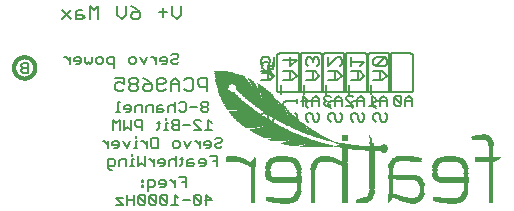
<source format=gbr>
G04 EAGLE Gerber RS-274X export*
G75*
%MOMM*%
%FSLAX34Y34*%
%LPD*%
%INSilkscreen Bottom*%
%IPPOS*%
%AMOC8*
5,1,8,0,0,1.08239X$1,22.5*%
G01*
%ADD10C,0.127000*%
%ADD11C,0.152400*%
%ADD12C,0.203200*%
%ADD13R,0.914400X0.025400*%
%ADD14R,0.508000X0.025400*%
%ADD15R,0.889000X0.025400*%
%ADD16R,0.406400X0.025400*%
%ADD17R,1.320800X0.025400*%
%ADD18R,0.736600X0.025400*%
%ADD19R,0.660400X0.025400*%
%ADD20R,1.346200X0.025400*%
%ADD21R,1.625600X0.025400*%
%ADD22R,0.939800X0.025400*%
%ADD23R,0.025400X0.025400*%
%ADD24R,0.863600X0.025400*%
%ADD25R,0.431800X0.025400*%
%ADD26R,1.600200X0.025400*%
%ADD27R,1.854200X0.025400*%
%ADD28R,1.066800X0.025400*%
%ADD29R,0.050800X0.025400*%
%ADD30R,1.828800X0.025400*%
%ADD31R,2.032000X0.025400*%
%ADD32R,1.219200X0.025400*%
%ADD33R,0.076200X0.025400*%
%ADD34R,0.990600X0.025400*%
%ADD35R,2.057400X0.025400*%
%ADD36R,2.209800X0.025400*%
%ADD37R,2.362200X0.025400*%
%ADD38R,1.447800X0.025400*%
%ADD39R,0.101600X0.025400*%
%ADD40R,1.092200X0.025400*%
%ADD41R,2.489200X0.025400*%
%ADD42R,1.574800X0.025400*%
%ADD43R,0.127000X0.025400*%
%ADD44R,1.143000X0.025400*%
%ADD45R,2.565400X0.025400*%
%ADD46R,1.676400X0.025400*%
%ADD47R,0.152400X0.025400*%
%ADD48R,1.168400X0.025400*%
%ADD49R,2.590800X0.025400*%
%ADD50R,1.752600X0.025400*%
%ADD51R,0.177800X0.025400*%
%ADD52R,1.193800X0.025400*%
%ADD53R,2.616200X0.025400*%
%ADD54R,0.203200X0.025400*%
%ADD55R,2.641600X0.025400*%
%ADD56R,1.930400X0.025400*%
%ADD57R,0.228600X0.025400*%
%ADD58R,1.244600X0.025400*%
%ADD59R,2.667000X0.025400*%
%ADD60R,0.254000X0.025400*%
%ADD61R,2.692400X0.025400*%
%ADD62R,2.108200X0.025400*%
%ADD63R,0.279400X0.025400*%
%ADD64R,2.717800X0.025400*%
%ADD65R,1.041400X0.025400*%
%ADD66R,2.743200X0.025400*%
%ADD67R,2.260600X0.025400*%
%ADD68R,0.304800X0.025400*%
%ADD69R,0.838200X0.025400*%
%ADD70R,0.685800X0.025400*%
%ADD71R,1.270000X0.025400*%
%ADD72R,0.330200X0.025400*%
%ADD73R,0.609600X0.025400*%
%ADD74R,0.355600X0.025400*%
%ADD75R,0.762000X0.025400*%
%ADD76R,0.635000X0.025400*%
%ADD77R,0.584200X0.025400*%
%ADD78R,0.381000X0.025400*%
%ADD79R,0.533400X0.025400*%
%ADD80R,0.558800X0.025400*%
%ADD81R,0.482600X0.025400*%
%ADD82R,1.117600X0.025400*%
%ADD83R,0.457200X0.025400*%
%ADD84R,0.787400X0.025400*%
%ADD85R,0.711200X0.025400*%
%ADD86R,2.413000X0.025400*%
%ADD87R,2.438400X0.025400*%
%ADD88R,2.540000X0.025400*%
%ADD89R,2.794000X0.025400*%
%ADD90R,2.819400X0.025400*%
%ADD91R,2.844800X0.025400*%
%ADD92R,2.870200X0.025400*%
%ADD93R,1.016000X0.025400*%
%ADD94R,2.895600X0.025400*%
%ADD95R,1.422400X0.025400*%
%ADD96R,2.921000X0.025400*%
%ADD97R,1.803400X0.025400*%
%ADD98R,2.946400X0.025400*%
%ADD99R,2.971800X0.025400*%
%ADD100R,2.997200X0.025400*%
%ADD101R,3.022600X0.025400*%
%ADD102R,2.768600X0.025400*%
%ADD103R,2.514600X0.025400*%
%ADD104R,2.336800X0.025400*%
%ADD105R,0.965200X0.025400*%
%ADD106R,0.812800X0.025400*%
%ADD107R,1.651000X0.025400*%
%ADD108R,1.701800X0.025400*%
%ADD109R,1.727200X0.025400*%
%ADD110R,2.159000X0.025400*%
%ADD111R,1.778000X0.025400*%
%ADD112R,2.082800X0.025400*%
%ADD113R,2.463800X0.025400*%
%ADD114R,2.006600X0.025400*%
%ADD115R,1.905000X0.025400*%
%ADD116R,2.286000X0.025400*%
%ADD117R,1.955800X0.025400*%
%ADD118R,2.235200X0.025400*%
%ADD119R,1.524000X0.025400*%
%ADD120R,1.981200X0.025400*%
%ADD121R,2.184400X0.025400*%
%ADD122R,1.473200X0.025400*%
%ADD123R,1.397000X0.025400*%
%ADD124R,2.387600X0.025400*%
%ADD125R,1.879600X0.025400*%
%ADD126R,1.295400X0.025400*%
%ADD127R,1.549400X0.025400*%
%ADD128R,1.371600X0.025400*%
%ADD129R,3.200400X0.025400*%
%ADD130R,3.378200X0.025400*%
%ADD131R,3.835400X0.025400*%
%ADD132R,3.987800X0.025400*%
%ADD133R,4.089400X0.025400*%
%ADD134R,4.216400X0.025400*%
%ADD135R,2.311400X0.025400*%
%ADD136R,3.225800X0.025400*%
%ADD137R,3.479800X0.025400*%
%ADD138R,3.454400X0.025400*%
%ADD139R,1.498600X0.025400*%
%ADD140R,3.429000X0.025400*%
%ADD141R,3.403600X0.025400*%
%ADD142R,3.352800X0.025400*%
%ADD143R,3.327400X0.025400*%
%ADD144R,3.302000X0.025400*%
%ADD145R,3.276600X0.025400*%
%ADD146R,3.251200X0.025400*%
%ADD147R,3.175000X0.025400*%
%ADD148R,2.133600X0.025400*%
%ADD149C,0.304800*%


D10*
X347345Y135255D02*
X347345Y141187D01*
X344379Y144153D01*
X341413Y141187D01*
X341413Y135255D01*
X341413Y139704D02*
X347345Y139704D01*
X337990Y136738D02*
X337990Y142670D01*
X336507Y144153D01*
X333541Y144153D01*
X332058Y142670D01*
X332058Y136738D01*
X333541Y135255D01*
X336507Y135255D01*
X337990Y136738D01*
X332058Y142670D01*
X325755Y141187D02*
X325755Y135255D01*
X325755Y141187D02*
X322789Y144153D01*
X319823Y141187D01*
X319823Y135255D01*
X319823Y139704D02*
X325755Y139704D01*
X316400Y141187D02*
X313434Y144153D01*
X313434Y135255D01*
X316400Y135255D02*
X310468Y135255D01*
X306705Y135255D02*
X306705Y141187D01*
X303739Y144153D01*
X300773Y141187D01*
X300773Y135255D01*
X300773Y139704D02*
X306705Y139704D01*
X297350Y135255D02*
X291418Y135255D01*
X297350Y135255D02*
X291418Y141187D01*
X291418Y142670D01*
X292901Y144153D01*
X295867Y144153D01*
X297350Y142670D01*
X287655Y141187D02*
X287655Y135255D01*
X287655Y141187D02*
X284689Y144153D01*
X281723Y141187D01*
X281723Y135255D01*
X281723Y139704D02*
X287655Y139704D01*
X278300Y142670D02*
X276817Y144153D01*
X273851Y144153D01*
X272368Y142670D01*
X272368Y141187D01*
X273851Y139704D01*
X275334Y139704D01*
X273851Y139704D02*
X272368Y138221D01*
X272368Y136738D01*
X273851Y135255D01*
X276817Y135255D01*
X278300Y136738D01*
X268605Y135255D02*
X268605Y141187D01*
X265639Y144153D01*
X262673Y141187D01*
X262673Y135255D01*
X262673Y139704D02*
X268605Y139704D01*
X254801Y135255D02*
X254801Y144153D01*
X259250Y139704D01*
X253318Y139704D01*
X226277Y157185D02*
X220345Y157185D01*
X226277Y157185D02*
X229243Y160150D01*
X226277Y163116D01*
X220345Y163116D01*
X224794Y163116D02*
X224794Y157185D01*
X229243Y166540D02*
X229243Y172472D01*
X229243Y166540D02*
X224794Y166540D01*
X226277Y169506D01*
X226277Y170989D01*
X224794Y172472D01*
X221828Y172472D01*
X220345Y170989D01*
X220345Y168023D01*
X221828Y166540D01*
D11*
X151638Y212771D02*
X151638Y220228D01*
X151638Y212771D02*
X147910Y209042D01*
X144181Y212771D01*
X144181Y220228D01*
X139944Y214635D02*
X132487Y214635D01*
X136216Y218363D02*
X136216Y210906D01*
X112828Y218363D02*
X109099Y220228D01*
X112828Y218363D02*
X116556Y214635D01*
X116556Y210906D01*
X114692Y209042D01*
X110963Y209042D01*
X109099Y210906D01*
X109099Y212771D01*
X110963Y214635D01*
X116556Y214635D01*
X104862Y212771D02*
X104862Y220228D01*
X104862Y212771D02*
X101134Y209042D01*
X97405Y212771D01*
X97405Y220228D01*
X81474Y220228D02*
X81474Y209042D01*
X77746Y216499D02*
X81474Y220228D01*
X77746Y216499D02*
X74017Y220228D01*
X74017Y209042D01*
X67916Y216499D02*
X64187Y216499D01*
X62323Y214635D01*
X62323Y209042D01*
X67916Y209042D01*
X69780Y210906D01*
X67916Y212771D01*
X62323Y212771D01*
X58086Y216499D02*
X50629Y209042D01*
X58086Y209042D02*
X50629Y216499D01*
D10*
X143293Y178230D02*
X144776Y179713D01*
X147742Y179713D01*
X149225Y178230D01*
X149225Y176747D01*
X147742Y175264D01*
X144776Y175264D01*
X143293Y173781D01*
X143293Y172298D01*
X144776Y170815D01*
X147742Y170815D01*
X149225Y172298D01*
X138387Y170815D02*
X135421Y170815D01*
X138387Y170815D02*
X139870Y172298D01*
X139870Y175264D01*
X138387Y176747D01*
X135421Y176747D01*
X133938Y175264D01*
X133938Y173781D01*
X139870Y173781D01*
X130515Y170815D02*
X130515Y176747D01*
X130515Y173781D02*
X127549Y176747D01*
X126066Y176747D01*
X122719Y176747D02*
X119753Y170815D01*
X116787Y176747D01*
X111881Y170815D02*
X108915Y170815D01*
X107432Y172298D01*
X107432Y175264D01*
X108915Y176747D01*
X111881Y176747D01*
X113363Y175264D01*
X113363Y172298D01*
X111881Y170815D01*
X94653Y167849D02*
X94653Y176747D01*
X90204Y176747D01*
X88721Y175264D01*
X88721Y172298D01*
X90204Y170815D01*
X94653Y170815D01*
X83815Y170815D02*
X80849Y170815D01*
X79366Y172298D01*
X79366Y175264D01*
X80849Y176747D01*
X83815Y176747D01*
X85298Y175264D01*
X85298Y172298D01*
X83815Y170815D01*
X75943Y172298D02*
X75943Y176747D01*
X75943Y172298D02*
X74460Y170815D01*
X72977Y172298D01*
X71494Y170815D01*
X70011Y172298D01*
X70011Y176747D01*
X65105Y170815D02*
X62139Y170815D01*
X65105Y170815D02*
X66588Y172298D01*
X66588Y175264D01*
X65105Y176747D01*
X62139Y176747D01*
X60656Y175264D01*
X60656Y173781D01*
X66588Y173781D01*
X57232Y170815D02*
X57232Y176747D01*
X54267Y176747D02*
X57232Y173781D01*
X54267Y176747D02*
X52784Y176747D01*
D11*
X173517Y159268D02*
X173517Y148082D01*
X173517Y159268D02*
X167924Y159268D01*
X166060Y157403D01*
X166060Y153675D01*
X167924Y151811D01*
X173517Y151811D01*
X156230Y159268D02*
X154366Y157403D01*
X156230Y159268D02*
X159959Y159268D01*
X161823Y157403D01*
X161823Y149946D01*
X159959Y148082D01*
X156230Y148082D01*
X154366Y149946D01*
X150129Y148082D02*
X150129Y155539D01*
X146401Y159268D01*
X142672Y155539D01*
X142672Y148082D01*
X142672Y153675D02*
X150129Y153675D01*
X138435Y149946D02*
X136571Y148082D01*
X132842Y148082D01*
X130978Y149946D01*
X130978Y157403D01*
X132842Y159268D01*
X136571Y159268D01*
X138435Y157403D01*
X138435Y155539D01*
X136571Y153675D01*
X130978Y153675D01*
X123013Y157403D02*
X119284Y159268D01*
X123013Y157403D02*
X126741Y153675D01*
X126741Y149946D01*
X124877Y148082D01*
X121148Y148082D01*
X119284Y149946D01*
X119284Y151811D01*
X121148Y153675D01*
X126741Y153675D01*
X115047Y157403D02*
X113183Y159268D01*
X109454Y159268D01*
X107590Y157403D01*
X107590Y155539D01*
X109454Y153675D01*
X107590Y151811D01*
X107590Y149946D01*
X109454Y148082D01*
X113183Y148082D01*
X115047Y149946D01*
X115047Y151811D01*
X113183Y153675D01*
X115047Y155539D01*
X115047Y157403D01*
X113183Y153675D02*
X109454Y153675D01*
X103353Y159268D02*
X95896Y159268D01*
X103353Y159268D02*
X103353Y153675D01*
X99625Y155539D01*
X97760Y155539D01*
X95896Y153675D01*
X95896Y149946D01*
X97760Y148082D01*
X101489Y148082D01*
X103353Y149946D01*
D10*
X155525Y75573D02*
X155525Y66675D01*
X155525Y75573D02*
X149593Y75573D01*
X152559Y71124D02*
X155525Y71124D01*
X146169Y72607D02*
X146169Y66675D01*
X146169Y69641D02*
X143204Y72607D01*
X141721Y72607D01*
X136891Y66675D02*
X133925Y66675D01*
X136891Y66675D02*
X138373Y68158D01*
X138373Y71124D01*
X136891Y72607D01*
X133925Y72607D01*
X132442Y71124D01*
X132442Y69641D01*
X138373Y69641D01*
X123087Y72607D02*
X123087Y63709D01*
X123087Y72607D02*
X127535Y72607D01*
X129018Y71124D01*
X129018Y68158D01*
X127535Y66675D01*
X123087Y66675D01*
X119663Y72607D02*
X118180Y72607D01*
X118180Y71124D01*
X119663Y71124D01*
X119663Y72607D01*
X119663Y68158D02*
X118180Y68158D01*
X118180Y66675D01*
X119663Y66675D01*
X119663Y68158D01*
X172905Y60333D02*
X172905Y51435D01*
X177353Y55884D02*
X172905Y60333D01*
X171422Y55884D02*
X177353Y55884D01*
X167998Y52918D02*
X167998Y58850D01*
X166515Y60333D01*
X163549Y60333D01*
X162066Y58850D01*
X162066Y52918D01*
X163549Y51435D01*
X166515Y51435D01*
X167998Y52918D01*
X162066Y58850D01*
X158643Y55884D02*
X152711Y55884D01*
X149288Y57367D02*
X146322Y60333D01*
X146322Y51435D01*
X149288Y51435D02*
X143356Y51435D01*
X139933Y52918D02*
X139933Y58850D01*
X138450Y60333D01*
X135484Y60333D01*
X134001Y58850D01*
X134001Y52918D01*
X135484Y51435D01*
X138450Y51435D01*
X139933Y52918D01*
X134001Y58850D01*
X130577Y58850D02*
X130577Y52918D01*
X130577Y58850D02*
X129095Y60333D01*
X126129Y60333D01*
X124646Y58850D01*
X124646Y52918D01*
X126129Y51435D01*
X129095Y51435D01*
X130577Y52918D01*
X124646Y58850D01*
X121222Y58850D02*
X121222Y52918D01*
X121222Y58850D02*
X119739Y60333D01*
X116773Y60333D01*
X115291Y58850D01*
X115291Y52918D01*
X116773Y51435D01*
X119739Y51435D01*
X121222Y52918D01*
X115291Y58850D01*
X111867Y60333D02*
X111867Y51435D01*
X111867Y55884D02*
X105935Y55884D01*
X105935Y60333D02*
X105935Y51435D01*
X102512Y57367D02*
X96580Y57367D01*
X102512Y51435D01*
X96580Y51435D01*
X174524Y137590D02*
X173041Y139073D01*
X170075Y139073D01*
X168592Y137590D01*
X168592Y136107D01*
X170075Y134624D01*
X168592Y133141D01*
X168592Y131658D01*
X170075Y130175D01*
X173041Y130175D01*
X174524Y131658D01*
X174524Y133141D01*
X173041Y134624D01*
X174524Y136107D01*
X174524Y137590D01*
X173041Y134624D02*
X170075Y134624D01*
X165169Y134624D02*
X159237Y134624D01*
X151365Y139073D02*
X149882Y137590D01*
X151365Y139073D02*
X154331Y139073D01*
X155814Y137590D01*
X155814Y131658D01*
X154331Y130175D01*
X151365Y130175D01*
X149882Y131658D01*
X146459Y130175D02*
X146459Y139073D01*
X144976Y136107D02*
X146459Y134624D01*
X144976Y136107D02*
X142010Y136107D01*
X140527Y134624D01*
X140527Y130175D01*
X135621Y136107D02*
X132655Y136107D01*
X131172Y134624D01*
X131172Y130175D01*
X135621Y130175D01*
X137103Y131658D01*
X135621Y133141D01*
X131172Y133141D01*
X127748Y130175D02*
X127748Y136107D01*
X123299Y136107D01*
X121817Y134624D01*
X121817Y130175D01*
X118393Y130175D02*
X118393Y136107D01*
X113944Y136107D01*
X112461Y134624D01*
X112461Y130175D01*
X107555Y130175D02*
X104589Y130175D01*
X107555Y130175D02*
X109038Y131658D01*
X109038Y134624D01*
X107555Y136107D01*
X104589Y136107D01*
X103106Y134624D01*
X103106Y133141D01*
X109038Y133141D01*
X99683Y139073D02*
X98200Y139073D01*
X98200Y130175D01*
X99683Y130175D02*
X96717Y130175D01*
X174677Y123833D02*
X177643Y120867D01*
X174677Y123833D02*
X174677Y114935D01*
X177643Y114935D02*
X171711Y114935D01*
X168287Y114935D02*
X162356Y114935D01*
X168287Y114935D02*
X162356Y120867D01*
X162356Y122350D01*
X163839Y123833D01*
X166804Y123833D01*
X168287Y122350D01*
X158932Y119384D02*
X153000Y119384D01*
X149577Y114935D02*
X149577Y123833D01*
X145128Y123833D01*
X143645Y122350D01*
X143645Y120867D01*
X145128Y119384D01*
X143645Y117901D01*
X143645Y116418D01*
X145128Y114935D01*
X149577Y114935D01*
X149577Y119384D02*
X145128Y119384D01*
X140222Y120867D02*
X138739Y120867D01*
X138739Y114935D01*
X140222Y114935D02*
X137256Y114935D01*
X138739Y123833D02*
X138739Y125316D01*
X132502Y122350D02*
X132502Y116418D01*
X131019Y114935D01*
X131019Y120867D02*
X133985Y120867D01*
X118393Y123833D02*
X118393Y114935D01*
X118393Y123833D02*
X113944Y123833D01*
X112461Y122350D01*
X112461Y119384D01*
X113944Y117901D01*
X118393Y117901D01*
X109038Y114935D02*
X109038Y123833D01*
X106072Y117901D02*
X109038Y114935D01*
X106072Y117901D02*
X103106Y114935D01*
X103106Y123833D01*
X99683Y123833D02*
X99683Y114935D01*
X96717Y120867D02*
X99683Y123833D01*
X96717Y120867D02*
X93751Y123833D01*
X93751Y114935D01*
X180286Y107110D02*
X181769Y108593D01*
X184735Y108593D01*
X186218Y107110D01*
X186218Y105627D01*
X184735Y104144D01*
X181769Y104144D01*
X180286Y102661D01*
X180286Y101178D01*
X181769Y99695D01*
X184735Y99695D01*
X186218Y101178D01*
X175380Y99695D02*
X172414Y99695D01*
X175380Y99695D02*
X176863Y101178D01*
X176863Y104144D01*
X175380Y105627D01*
X172414Y105627D01*
X170931Y104144D01*
X170931Y102661D01*
X176863Y102661D01*
X167508Y99695D02*
X167508Y105627D01*
X167508Y102661D02*
X164542Y105627D01*
X163059Y105627D01*
X159712Y105627D02*
X156746Y99695D01*
X153780Y105627D01*
X148874Y99695D02*
X145908Y99695D01*
X144425Y101178D01*
X144425Y104144D01*
X145908Y105627D01*
X148874Y105627D01*
X150357Y104144D01*
X150357Y101178D01*
X148874Y99695D01*
X131646Y99695D02*
X131646Y108593D01*
X131646Y99695D02*
X127197Y99695D01*
X125715Y101178D01*
X125715Y107110D01*
X127197Y108593D01*
X131646Y108593D01*
X122291Y105627D02*
X122291Y99695D01*
X122291Y102661D02*
X119325Y105627D01*
X117842Y105627D01*
X114495Y105627D02*
X113012Y105627D01*
X113012Y99695D01*
X114495Y99695D02*
X111529Y99695D01*
X113012Y108593D02*
X113012Y110076D01*
X108258Y105627D02*
X105292Y99695D01*
X102327Y105627D01*
X97420Y99695D02*
X94454Y99695D01*
X97420Y99695D02*
X98903Y101178D01*
X98903Y104144D01*
X97420Y105627D01*
X94454Y105627D01*
X92971Y104144D01*
X92971Y102661D01*
X98903Y102661D01*
X89548Y99695D02*
X89548Y105627D01*
X89548Y102661D02*
X86582Y105627D01*
X85099Y105627D01*
X181541Y93353D02*
X181541Y84455D01*
X181541Y93353D02*
X175609Y93353D01*
X178575Y88904D02*
X181541Y88904D01*
X170702Y84455D02*
X167737Y84455D01*
X170702Y84455D02*
X172185Y85938D01*
X172185Y88904D01*
X170702Y90387D01*
X167737Y90387D01*
X166254Y88904D01*
X166254Y87421D01*
X172185Y87421D01*
X161347Y90387D02*
X158381Y90387D01*
X156898Y88904D01*
X156898Y84455D01*
X161347Y84455D01*
X162830Y85938D01*
X161347Y87421D01*
X156898Y87421D01*
X151992Y85938D02*
X151992Y91870D01*
X151992Y85938D02*
X150509Y84455D01*
X150509Y90387D02*
X153475Y90387D01*
X147238Y93353D02*
X147238Y84455D01*
X147238Y88904D02*
X145755Y90387D01*
X142789Y90387D01*
X141307Y88904D01*
X141307Y84455D01*
X136400Y84455D02*
X133434Y84455D01*
X136400Y84455D02*
X137883Y85938D01*
X137883Y88904D01*
X136400Y90387D01*
X133434Y90387D01*
X131951Y88904D01*
X131951Y87421D01*
X137883Y87421D01*
X128528Y84455D02*
X128528Y90387D01*
X128528Y87421D02*
X125562Y90387D01*
X124079Y90387D01*
X120732Y93353D02*
X120732Y84455D01*
X117766Y87421D01*
X114800Y84455D01*
X114800Y93353D01*
X111377Y90387D02*
X109894Y90387D01*
X109894Y84455D01*
X111377Y84455D02*
X108411Y84455D01*
X109894Y93353D02*
X109894Y94836D01*
X105140Y90387D02*
X105140Y84455D01*
X105140Y90387D02*
X100691Y90387D01*
X99208Y88904D01*
X99208Y84455D01*
X92819Y81489D02*
X91336Y81489D01*
X89853Y82972D01*
X89853Y90387D01*
X94302Y90387D01*
X95785Y88904D01*
X95785Y85938D01*
X94302Y84455D01*
X89853Y84455D01*
D12*
X347980Y149540D02*
X347980Y177480D01*
X327660Y149540D02*
X327662Y149440D01*
X327668Y149341D01*
X327678Y149241D01*
X327691Y149143D01*
X327709Y149044D01*
X327730Y148947D01*
X327755Y148851D01*
X327784Y148755D01*
X327817Y148661D01*
X327853Y148568D01*
X327893Y148477D01*
X327937Y148387D01*
X327984Y148299D01*
X328034Y148213D01*
X328088Y148129D01*
X328145Y148047D01*
X328205Y147968D01*
X328269Y147890D01*
X328335Y147816D01*
X328404Y147744D01*
X328476Y147675D01*
X328550Y147609D01*
X328628Y147545D01*
X328707Y147485D01*
X328789Y147428D01*
X328873Y147374D01*
X328959Y147324D01*
X329047Y147277D01*
X329137Y147233D01*
X329228Y147193D01*
X329321Y147157D01*
X329415Y147124D01*
X329511Y147095D01*
X329607Y147070D01*
X329704Y147049D01*
X329803Y147031D01*
X329901Y147018D01*
X330001Y147008D01*
X330100Y147002D01*
X330200Y147000D01*
X327660Y177480D02*
X327662Y177580D01*
X327668Y177679D01*
X327678Y177779D01*
X327691Y177877D01*
X327709Y177976D01*
X327730Y178073D01*
X327755Y178169D01*
X327784Y178265D01*
X327817Y178359D01*
X327853Y178452D01*
X327893Y178543D01*
X327937Y178633D01*
X327984Y178721D01*
X328034Y178807D01*
X328088Y178891D01*
X328145Y178973D01*
X328205Y179052D01*
X328269Y179130D01*
X328335Y179204D01*
X328404Y179276D01*
X328476Y179345D01*
X328550Y179411D01*
X328628Y179475D01*
X328707Y179535D01*
X328789Y179592D01*
X328873Y179646D01*
X328959Y179696D01*
X329047Y179743D01*
X329137Y179787D01*
X329228Y179827D01*
X329321Y179863D01*
X329415Y179896D01*
X329511Y179925D01*
X329607Y179950D01*
X329704Y179971D01*
X329803Y179989D01*
X329901Y180002D01*
X330001Y180012D01*
X330100Y180018D01*
X330200Y180020D01*
X345440Y180020D02*
X345540Y180018D01*
X345639Y180012D01*
X345739Y180002D01*
X345837Y179989D01*
X345936Y179971D01*
X346033Y179950D01*
X346129Y179925D01*
X346225Y179896D01*
X346319Y179863D01*
X346412Y179827D01*
X346503Y179787D01*
X346593Y179743D01*
X346681Y179696D01*
X346767Y179646D01*
X346851Y179592D01*
X346933Y179535D01*
X347012Y179475D01*
X347090Y179411D01*
X347164Y179345D01*
X347236Y179276D01*
X347305Y179204D01*
X347371Y179130D01*
X347435Y179052D01*
X347495Y178973D01*
X347552Y178891D01*
X347606Y178807D01*
X347656Y178721D01*
X347703Y178633D01*
X347747Y178543D01*
X347787Y178452D01*
X347823Y178359D01*
X347856Y178265D01*
X347885Y178169D01*
X347910Y178073D01*
X347931Y177976D01*
X347949Y177877D01*
X347962Y177779D01*
X347972Y177679D01*
X347978Y177580D01*
X347980Y177480D01*
X347980Y149540D02*
X347978Y149440D01*
X347972Y149341D01*
X347962Y149241D01*
X347949Y149143D01*
X347931Y149044D01*
X347910Y148947D01*
X347885Y148851D01*
X347856Y148755D01*
X347823Y148661D01*
X347787Y148568D01*
X347747Y148477D01*
X347703Y148387D01*
X347656Y148299D01*
X347606Y148213D01*
X347552Y148129D01*
X347495Y148047D01*
X347435Y147968D01*
X347371Y147890D01*
X347305Y147816D01*
X347236Y147744D01*
X347164Y147675D01*
X347090Y147609D01*
X347012Y147545D01*
X346933Y147485D01*
X346851Y147428D01*
X346767Y147374D01*
X346681Y147324D01*
X346593Y147277D01*
X346503Y147233D01*
X346412Y147193D01*
X346319Y147157D01*
X346225Y147124D01*
X346129Y147095D01*
X346033Y147070D01*
X345936Y147049D01*
X345837Y147031D01*
X345739Y147018D01*
X345639Y147008D01*
X345540Y147002D01*
X345440Y147000D01*
X330200Y147000D01*
X330200Y180020D02*
X345440Y180020D01*
X327660Y177480D02*
X327660Y149540D01*
D10*
X323858Y129812D02*
X325765Y127905D01*
X325765Y124092D01*
X323858Y122185D01*
X321952Y122185D01*
X320045Y124092D01*
X320045Y127905D01*
X318138Y129812D01*
X316232Y129812D01*
X314325Y127905D01*
X314325Y124092D01*
X316232Y122185D01*
X316232Y133879D02*
X314325Y135786D01*
X314325Y137692D01*
X316232Y139599D01*
X325765Y139599D01*
X325765Y137692D02*
X325765Y141506D01*
X312418Y145573D02*
X312418Y153199D01*
X314325Y157267D02*
X321952Y157267D01*
X325765Y161080D01*
X321952Y164893D01*
X314325Y164893D01*
X320045Y164893D02*
X320045Y157267D01*
X316232Y168961D02*
X323858Y168961D01*
X325765Y170868D01*
X325765Y174681D01*
X323858Y176587D01*
X316232Y176587D01*
X314325Y174681D01*
X314325Y170868D01*
X316232Y168961D01*
X323858Y176587D01*
D12*
X328930Y177480D02*
X328930Y149540D01*
X311150Y147000D02*
X311050Y147002D01*
X310951Y147008D01*
X310851Y147018D01*
X310753Y147031D01*
X310654Y147049D01*
X310557Y147070D01*
X310461Y147095D01*
X310365Y147124D01*
X310271Y147157D01*
X310178Y147193D01*
X310087Y147233D01*
X309997Y147277D01*
X309909Y147324D01*
X309823Y147374D01*
X309739Y147428D01*
X309657Y147485D01*
X309578Y147545D01*
X309500Y147609D01*
X309426Y147675D01*
X309354Y147744D01*
X309285Y147816D01*
X309219Y147890D01*
X309155Y147968D01*
X309095Y148047D01*
X309038Y148129D01*
X308984Y148213D01*
X308934Y148299D01*
X308887Y148387D01*
X308843Y148477D01*
X308803Y148568D01*
X308767Y148661D01*
X308734Y148755D01*
X308705Y148851D01*
X308680Y148947D01*
X308659Y149044D01*
X308641Y149143D01*
X308628Y149241D01*
X308618Y149341D01*
X308612Y149440D01*
X308610Y149540D01*
X308610Y177480D02*
X308612Y177580D01*
X308618Y177679D01*
X308628Y177779D01*
X308641Y177877D01*
X308659Y177976D01*
X308680Y178073D01*
X308705Y178169D01*
X308734Y178265D01*
X308767Y178359D01*
X308803Y178452D01*
X308843Y178543D01*
X308887Y178633D01*
X308934Y178721D01*
X308984Y178807D01*
X309038Y178891D01*
X309095Y178973D01*
X309155Y179052D01*
X309219Y179130D01*
X309285Y179204D01*
X309354Y179276D01*
X309426Y179345D01*
X309500Y179411D01*
X309578Y179475D01*
X309657Y179535D01*
X309739Y179592D01*
X309823Y179646D01*
X309909Y179696D01*
X309997Y179743D01*
X310087Y179787D01*
X310178Y179827D01*
X310271Y179863D01*
X310365Y179896D01*
X310461Y179925D01*
X310557Y179950D01*
X310654Y179971D01*
X310753Y179989D01*
X310851Y180002D01*
X310951Y180012D01*
X311050Y180018D01*
X311150Y180020D01*
X326390Y180020D02*
X326490Y180018D01*
X326589Y180012D01*
X326689Y180002D01*
X326787Y179989D01*
X326886Y179971D01*
X326983Y179950D01*
X327079Y179925D01*
X327175Y179896D01*
X327269Y179863D01*
X327362Y179827D01*
X327453Y179787D01*
X327543Y179743D01*
X327631Y179696D01*
X327717Y179646D01*
X327801Y179592D01*
X327883Y179535D01*
X327962Y179475D01*
X328040Y179411D01*
X328114Y179345D01*
X328186Y179276D01*
X328255Y179204D01*
X328321Y179130D01*
X328385Y179052D01*
X328445Y178973D01*
X328502Y178891D01*
X328556Y178807D01*
X328606Y178721D01*
X328653Y178633D01*
X328697Y178543D01*
X328737Y178452D01*
X328773Y178359D01*
X328806Y178265D01*
X328835Y178169D01*
X328860Y178073D01*
X328881Y177976D01*
X328899Y177877D01*
X328912Y177779D01*
X328922Y177679D01*
X328928Y177580D01*
X328930Y177480D01*
X328930Y149540D02*
X328928Y149440D01*
X328922Y149341D01*
X328912Y149241D01*
X328899Y149143D01*
X328881Y149044D01*
X328860Y148947D01*
X328835Y148851D01*
X328806Y148755D01*
X328773Y148661D01*
X328737Y148568D01*
X328697Y148477D01*
X328653Y148387D01*
X328606Y148299D01*
X328556Y148213D01*
X328502Y148129D01*
X328445Y148047D01*
X328385Y147968D01*
X328321Y147890D01*
X328255Y147816D01*
X328186Y147744D01*
X328114Y147675D01*
X328040Y147609D01*
X327962Y147545D01*
X327883Y147485D01*
X327801Y147428D01*
X327717Y147374D01*
X327631Y147324D01*
X327543Y147277D01*
X327453Y147233D01*
X327362Y147193D01*
X327269Y147157D01*
X327175Y147124D01*
X327079Y147095D01*
X326983Y147070D01*
X326886Y147049D01*
X326787Y147031D01*
X326689Y147018D01*
X326589Y147008D01*
X326490Y147002D01*
X326390Y147000D01*
X311150Y147000D01*
X311150Y180020D02*
X326390Y180020D01*
X308610Y177480D02*
X308610Y149540D01*
D10*
X304808Y129812D02*
X306715Y127905D01*
X306715Y124092D01*
X304808Y122185D01*
X302902Y122185D01*
X300995Y124092D01*
X300995Y127905D01*
X299088Y129812D01*
X297182Y129812D01*
X295275Y127905D01*
X295275Y124092D01*
X297182Y122185D01*
X297182Y133879D02*
X295275Y135786D01*
X295275Y137692D01*
X297182Y139599D01*
X306715Y139599D01*
X306715Y137692D02*
X306715Y141506D01*
X293368Y145573D02*
X293368Y153199D01*
X295275Y157267D02*
X302902Y157267D01*
X306715Y161080D01*
X302902Y164893D01*
X295275Y164893D01*
X300995Y164893D02*
X300995Y157267D01*
X302902Y168961D02*
X306715Y172774D01*
X295275Y172774D01*
X295275Y168961D02*
X295275Y176587D01*
D12*
X309880Y177480D02*
X309880Y149540D01*
X292100Y147000D02*
X292000Y147002D01*
X291901Y147008D01*
X291801Y147018D01*
X291703Y147031D01*
X291604Y147049D01*
X291507Y147070D01*
X291411Y147095D01*
X291315Y147124D01*
X291221Y147157D01*
X291128Y147193D01*
X291037Y147233D01*
X290947Y147277D01*
X290859Y147324D01*
X290773Y147374D01*
X290689Y147428D01*
X290607Y147485D01*
X290528Y147545D01*
X290450Y147609D01*
X290376Y147675D01*
X290304Y147744D01*
X290235Y147816D01*
X290169Y147890D01*
X290105Y147968D01*
X290045Y148047D01*
X289988Y148129D01*
X289934Y148213D01*
X289884Y148299D01*
X289837Y148387D01*
X289793Y148477D01*
X289753Y148568D01*
X289717Y148661D01*
X289684Y148755D01*
X289655Y148851D01*
X289630Y148947D01*
X289609Y149044D01*
X289591Y149143D01*
X289578Y149241D01*
X289568Y149341D01*
X289562Y149440D01*
X289560Y149540D01*
X289560Y177480D02*
X289562Y177580D01*
X289568Y177679D01*
X289578Y177779D01*
X289591Y177877D01*
X289609Y177976D01*
X289630Y178073D01*
X289655Y178169D01*
X289684Y178265D01*
X289717Y178359D01*
X289753Y178452D01*
X289793Y178543D01*
X289837Y178633D01*
X289884Y178721D01*
X289934Y178807D01*
X289988Y178891D01*
X290045Y178973D01*
X290105Y179052D01*
X290169Y179130D01*
X290235Y179204D01*
X290304Y179276D01*
X290376Y179345D01*
X290450Y179411D01*
X290528Y179475D01*
X290607Y179535D01*
X290689Y179592D01*
X290773Y179646D01*
X290859Y179696D01*
X290947Y179743D01*
X291037Y179787D01*
X291128Y179827D01*
X291221Y179863D01*
X291315Y179896D01*
X291411Y179925D01*
X291507Y179950D01*
X291604Y179971D01*
X291703Y179989D01*
X291801Y180002D01*
X291901Y180012D01*
X292000Y180018D01*
X292100Y180020D01*
X307340Y180020D02*
X307440Y180018D01*
X307539Y180012D01*
X307639Y180002D01*
X307737Y179989D01*
X307836Y179971D01*
X307933Y179950D01*
X308029Y179925D01*
X308125Y179896D01*
X308219Y179863D01*
X308312Y179827D01*
X308403Y179787D01*
X308493Y179743D01*
X308581Y179696D01*
X308667Y179646D01*
X308751Y179592D01*
X308833Y179535D01*
X308912Y179475D01*
X308990Y179411D01*
X309064Y179345D01*
X309136Y179276D01*
X309205Y179204D01*
X309271Y179130D01*
X309335Y179052D01*
X309395Y178973D01*
X309452Y178891D01*
X309506Y178807D01*
X309556Y178721D01*
X309603Y178633D01*
X309647Y178543D01*
X309687Y178452D01*
X309723Y178359D01*
X309756Y178265D01*
X309785Y178169D01*
X309810Y178073D01*
X309831Y177976D01*
X309849Y177877D01*
X309862Y177779D01*
X309872Y177679D01*
X309878Y177580D01*
X309880Y177480D01*
X309880Y149540D02*
X309878Y149440D01*
X309872Y149341D01*
X309862Y149241D01*
X309849Y149143D01*
X309831Y149044D01*
X309810Y148947D01*
X309785Y148851D01*
X309756Y148755D01*
X309723Y148661D01*
X309687Y148568D01*
X309647Y148477D01*
X309603Y148387D01*
X309556Y148299D01*
X309506Y148213D01*
X309452Y148129D01*
X309395Y148047D01*
X309335Y147968D01*
X309271Y147890D01*
X309205Y147816D01*
X309136Y147744D01*
X309064Y147675D01*
X308990Y147609D01*
X308912Y147545D01*
X308833Y147485D01*
X308751Y147428D01*
X308667Y147374D01*
X308581Y147324D01*
X308493Y147277D01*
X308403Y147233D01*
X308312Y147193D01*
X308219Y147157D01*
X308125Y147124D01*
X308029Y147095D01*
X307933Y147070D01*
X307836Y147049D01*
X307737Y147031D01*
X307639Y147018D01*
X307539Y147008D01*
X307440Y147002D01*
X307340Y147000D01*
X292100Y147000D01*
X292100Y180020D02*
X307340Y180020D01*
X289560Y177480D02*
X289560Y149540D01*
D10*
X285758Y129812D02*
X287665Y127905D01*
X287665Y124092D01*
X285758Y122185D01*
X283852Y122185D01*
X281945Y124092D01*
X281945Y127905D01*
X280038Y129812D01*
X278132Y129812D01*
X276225Y127905D01*
X276225Y124092D01*
X278132Y122185D01*
X278132Y133879D02*
X276225Y135786D01*
X276225Y137692D01*
X278132Y139599D01*
X287665Y139599D01*
X287665Y137692D02*
X287665Y141506D01*
X274318Y145573D02*
X274318Y153199D01*
X276225Y157267D02*
X283852Y157267D01*
X287665Y161080D01*
X283852Y164893D01*
X276225Y164893D01*
X281945Y164893D02*
X281945Y157267D01*
X276225Y168961D02*
X276225Y176587D01*
X276225Y168961D02*
X283852Y176587D01*
X285758Y176587D01*
X287665Y174681D01*
X287665Y170868D01*
X285758Y168961D01*
D12*
X290830Y177480D02*
X290830Y149540D01*
X273050Y147000D02*
X272950Y147002D01*
X272851Y147008D01*
X272751Y147018D01*
X272653Y147031D01*
X272554Y147049D01*
X272457Y147070D01*
X272361Y147095D01*
X272265Y147124D01*
X272171Y147157D01*
X272078Y147193D01*
X271987Y147233D01*
X271897Y147277D01*
X271809Y147324D01*
X271723Y147374D01*
X271639Y147428D01*
X271557Y147485D01*
X271478Y147545D01*
X271400Y147609D01*
X271326Y147675D01*
X271254Y147744D01*
X271185Y147816D01*
X271119Y147890D01*
X271055Y147968D01*
X270995Y148047D01*
X270938Y148129D01*
X270884Y148213D01*
X270834Y148299D01*
X270787Y148387D01*
X270743Y148477D01*
X270703Y148568D01*
X270667Y148661D01*
X270634Y148755D01*
X270605Y148851D01*
X270580Y148947D01*
X270559Y149044D01*
X270541Y149143D01*
X270528Y149241D01*
X270518Y149341D01*
X270512Y149440D01*
X270510Y149540D01*
X270510Y177480D02*
X270512Y177580D01*
X270518Y177679D01*
X270528Y177779D01*
X270541Y177877D01*
X270559Y177976D01*
X270580Y178073D01*
X270605Y178169D01*
X270634Y178265D01*
X270667Y178359D01*
X270703Y178452D01*
X270743Y178543D01*
X270787Y178633D01*
X270834Y178721D01*
X270884Y178807D01*
X270938Y178891D01*
X270995Y178973D01*
X271055Y179052D01*
X271119Y179130D01*
X271185Y179204D01*
X271254Y179276D01*
X271326Y179345D01*
X271400Y179411D01*
X271478Y179475D01*
X271557Y179535D01*
X271639Y179592D01*
X271723Y179646D01*
X271809Y179696D01*
X271897Y179743D01*
X271987Y179787D01*
X272078Y179827D01*
X272171Y179863D01*
X272265Y179896D01*
X272361Y179925D01*
X272457Y179950D01*
X272554Y179971D01*
X272653Y179989D01*
X272751Y180002D01*
X272851Y180012D01*
X272950Y180018D01*
X273050Y180020D01*
X288290Y180020D02*
X288390Y180018D01*
X288489Y180012D01*
X288589Y180002D01*
X288687Y179989D01*
X288786Y179971D01*
X288883Y179950D01*
X288979Y179925D01*
X289075Y179896D01*
X289169Y179863D01*
X289262Y179827D01*
X289353Y179787D01*
X289443Y179743D01*
X289531Y179696D01*
X289617Y179646D01*
X289701Y179592D01*
X289783Y179535D01*
X289862Y179475D01*
X289940Y179411D01*
X290014Y179345D01*
X290086Y179276D01*
X290155Y179204D01*
X290221Y179130D01*
X290285Y179052D01*
X290345Y178973D01*
X290402Y178891D01*
X290456Y178807D01*
X290506Y178721D01*
X290553Y178633D01*
X290597Y178543D01*
X290637Y178452D01*
X290673Y178359D01*
X290706Y178265D01*
X290735Y178169D01*
X290760Y178073D01*
X290781Y177976D01*
X290799Y177877D01*
X290812Y177779D01*
X290822Y177679D01*
X290828Y177580D01*
X290830Y177480D01*
X290830Y149540D02*
X290828Y149440D01*
X290822Y149341D01*
X290812Y149241D01*
X290799Y149143D01*
X290781Y149044D01*
X290760Y148947D01*
X290735Y148851D01*
X290706Y148755D01*
X290673Y148661D01*
X290637Y148568D01*
X290597Y148477D01*
X290553Y148387D01*
X290506Y148299D01*
X290456Y148213D01*
X290402Y148129D01*
X290345Y148047D01*
X290285Y147968D01*
X290221Y147890D01*
X290155Y147816D01*
X290086Y147744D01*
X290014Y147675D01*
X289940Y147609D01*
X289862Y147545D01*
X289783Y147485D01*
X289701Y147428D01*
X289617Y147374D01*
X289531Y147324D01*
X289443Y147277D01*
X289353Y147233D01*
X289262Y147193D01*
X289169Y147157D01*
X289075Y147124D01*
X288979Y147095D01*
X288883Y147070D01*
X288786Y147049D01*
X288687Y147031D01*
X288589Y147018D01*
X288489Y147008D01*
X288390Y147002D01*
X288290Y147000D01*
X273050Y147000D01*
X273050Y180020D02*
X288290Y180020D01*
X270510Y177480D02*
X270510Y149540D01*
D10*
X266708Y129812D02*
X268615Y127905D01*
X268615Y124092D01*
X266708Y122185D01*
X264802Y122185D01*
X262895Y124092D01*
X262895Y127905D01*
X260988Y129812D01*
X259082Y129812D01*
X257175Y127905D01*
X257175Y124092D01*
X259082Y122185D01*
X259082Y133879D02*
X257175Y135786D01*
X257175Y137692D01*
X259082Y139599D01*
X268615Y139599D01*
X268615Y137692D02*
X268615Y141506D01*
X255268Y145573D02*
X255268Y153199D01*
X257175Y157267D02*
X264802Y157267D01*
X268615Y161080D01*
X264802Y164893D01*
X257175Y164893D01*
X262895Y164893D02*
X262895Y157267D01*
X266708Y168961D02*
X268615Y170868D01*
X268615Y174681D01*
X266708Y176587D01*
X264802Y176587D01*
X262895Y174681D01*
X262895Y172774D01*
X262895Y174681D02*
X260988Y176587D01*
X259082Y176587D01*
X257175Y174681D01*
X257175Y170868D01*
X259082Y168961D01*
D12*
X271780Y177480D02*
X271780Y149540D01*
X254000Y147000D02*
X253900Y147002D01*
X253801Y147008D01*
X253701Y147018D01*
X253603Y147031D01*
X253504Y147049D01*
X253407Y147070D01*
X253311Y147095D01*
X253215Y147124D01*
X253121Y147157D01*
X253028Y147193D01*
X252937Y147233D01*
X252847Y147277D01*
X252759Y147324D01*
X252673Y147374D01*
X252589Y147428D01*
X252507Y147485D01*
X252428Y147545D01*
X252350Y147609D01*
X252276Y147675D01*
X252204Y147744D01*
X252135Y147816D01*
X252069Y147890D01*
X252005Y147968D01*
X251945Y148047D01*
X251888Y148129D01*
X251834Y148213D01*
X251784Y148299D01*
X251737Y148387D01*
X251693Y148477D01*
X251653Y148568D01*
X251617Y148661D01*
X251584Y148755D01*
X251555Y148851D01*
X251530Y148947D01*
X251509Y149044D01*
X251491Y149143D01*
X251478Y149241D01*
X251468Y149341D01*
X251462Y149440D01*
X251460Y149540D01*
X251460Y177480D02*
X251462Y177580D01*
X251468Y177679D01*
X251478Y177779D01*
X251491Y177877D01*
X251509Y177976D01*
X251530Y178073D01*
X251555Y178169D01*
X251584Y178265D01*
X251617Y178359D01*
X251653Y178452D01*
X251693Y178543D01*
X251737Y178633D01*
X251784Y178721D01*
X251834Y178807D01*
X251888Y178891D01*
X251945Y178973D01*
X252005Y179052D01*
X252069Y179130D01*
X252135Y179204D01*
X252204Y179276D01*
X252276Y179345D01*
X252350Y179411D01*
X252428Y179475D01*
X252507Y179535D01*
X252589Y179592D01*
X252673Y179646D01*
X252759Y179696D01*
X252847Y179743D01*
X252937Y179787D01*
X253028Y179827D01*
X253121Y179863D01*
X253215Y179896D01*
X253311Y179925D01*
X253407Y179950D01*
X253504Y179971D01*
X253603Y179989D01*
X253701Y180002D01*
X253801Y180012D01*
X253900Y180018D01*
X254000Y180020D01*
X269240Y180020D02*
X269340Y180018D01*
X269439Y180012D01*
X269539Y180002D01*
X269637Y179989D01*
X269736Y179971D01*
X269833Y179950D01*
X269929Y179925D01*
X270025Y179896D01*
X270119Y179863D01*
X270212Y179827D01*
X270303Y179787D01*
X270393Y179743D01*
X270481Y179696D01*
X270567Y179646D01*
X270651Y179592D01*
X270733Y179535D01*
X270812Y179475D01*
X270890Y179411D01*
X270964Y179345D01*
X271036Y179276D01*
X271105Y179204D01*
X271171Y179130D01*
X271235Y179052D01*
X271295Y178973D01*
X271352Y178891D01*
X271406Y178807D01*
X271456Y178721D01*
X271503Y178633D01*
X271547Y178543D01*
X271587Y178452D01*
X271623Y178359D01*
X271656Y178265D01*
X271685Y178169D01*
X271710Y178073D01*
X271731Y177976D01*
X271749Y177877D01*
X271762Y177779D01*
X271772Y177679D01*
X271778Y177580D01*
X271780Y177480D01*
X271780Y149540D02*
X271778Y149440D01*
X271772Y149341D01*
X271762Y149241D01*
X271749Y149143D01*
X271731Y149044D01*
X271710Y148947D01*
X271685Y148851D01*
X271656Y148755D01*
X271623Y148661D01*
X271587Y148568D01*
X271547Y148477D01*
X271503Y148387D01*
X271456Y148299D01*
X271406Y148213D01*
X271352Y148129D01*
X271295Y148047D01*
X271235Y147968D01*
X271171Y147890D01*
X271105Y147816D01*
X271036Y147744D01*
X270964Y147675D01*
X270890Y147609D01*
X270812Y147545D01*
X270733Y147485D01*
X270651Y147428D01*
X270567Y147374D01*
X270481Y147324D01*
X270393Y147277D01*
X270303Y147233D01*
X270212Y147193D01*
X270119Y147157D01*
X270025Y147124D01*
X269929Y147095D01*
X269833Y147070D01*
X269736Y147049D01*
X269637Y147031D01*
X269539Y147018D01*
X269439Y147008D01*
X269340Y147002D01*
X269240Y147000D01*
X254000Y147000D01*
X254000Y180020D02*
X269240Y180020D01*
X251460Y177480D02*
X251460Y149540D01*
D10*
X247658Y129812D02*
X249565Y127905D01*
X249565Y124092D01*
X247658Y122185D01*
X245752Y122185D01*
X243845Y124092D01*
X243845Y127905D01*
X241938Y129812D01*
X240032Y129812D01*
X238125Y127905D01*
X238125Y124092D01*
X240032Y122185D01*
X240032Y133879D02*
X238125Y135786D01*
X238125Y137692D01*
X240032Y139599D01*
X249565Y139599D01*
X249565Y137692D02*
X249565Y141506D01*
X236218Y145573D02*
X236218Y153199D01*
X238125Y157267D02*
X245752Y157267D01*
X249565Y161080D01*
X245752Y164893D01*
X238125Y164893D01*
X243845Y164893D02*
X243845Y157267D01*
X238125Y174681D02*
X249565Y174681D01*
X243845Y168961D01*
X243845Y176587D01*
D12*
X252730Y177480D02*
X252730Y149540D01*
X234950Y147000D02*
X234850Y147002D01*
X234751Y147008D01*
X234651Y147018D01*
X234553Y147031D01*
X234454Y147049D01*
X234357Y147070D01*
X234261Y147095D01*
X234165Y147124D01*
X234071Y147157D01*
X233978Y147193D01*
X233887Y147233D01*
X233797Y147277D01*
X233709Y147324D01*
X233623Y147374D01*
X233539Y147428D01*
X233457Y147485D01*
X233378Y147545D01*
X233300Y147609D01*
X233226Y147675D01*
X233154Y147744D01*
X233085Y147816D01*
X233019Y147890D01*
X232955Y147968D01*
X232895Y148047D01*
X232838Y148129D01*
X232784Y148213D01*
X232734Y148299D01*
X232687Y148387D01*
X232643Y148477D01*
X232603Y148568D01*
X232567Y148661D01*
X232534Y148755D01*
X232505Y148851D01*
X232480Y148947D01*
X232459Y149044D01*
X232441Y149143D01*
X232428Y149241D01*
X232418Y149341D01*
X232412Y149440D01*
X232410Y149540D01*
X232410Y177480D02*
X232412Y177580D01*
X232418Y177679D01*
X232428Y177779D01*
X232441Y177877D01*
X232459Y177976D01*
X232480Y178073D01*
X232505Y178169D01*
X232534Y178265D01*
X232567Y178359D01*
X232603Y178452D01*
X232643Y178543D01*
X232687Y178633D01*
X232734Y178721D01*
X232784Y178807D01*
X232838Y178891D01*
X232895Y178973D01*
X232955Y179052D01*
X233019Y179130D01*
X233085Y179204D01*
X233154Y179276D01*
X233226Y179345D01*
X233300Y179411D01*
X233378Y179475D01*
X233457Y179535D01*
X233539Y179592D01*
X233623Y179646D01*
X233709Y179696D01*
X233797Y179743D01*
X233887Y179787D01*
X233978Y179827D01*
X234071Y179863D01*
X234165Y179896D01*
X234261Y179925D01*
X234357Y179950D01*
X234454Y179971D01*
X234553Y179989D01*
X234651Y180002D01*
X234751Y180012D01*
X234850Y180018D01*
X234950Y180020D01*
X250190Y180020D02*
X250290Y180018D01*
X250389Y180012D01*
X250489Y180002D01*
X250587Y179989D01*
X250686Y179971D01*
X250783Y179950D01*
X250879Y179925D01*
X250975Y179896D01*
X251069Y179863D01*
X251162Y179827D01*
X251253Y179787D01*
X251343Y179743D01*
X251431Y179696D01*
X251517Y179646D01*
X251601Y179592D01*
X251683Y179535D01*
X251762Y179475D01*
X251840Y179411D01*
X251914Y179345D01*
X251986Y179276D01*
X252055Y179204D01*
X252121Y179130D01*
X252185Y179052D01*
X252245Y178973D01*
X252302Y178891D01*
X252356Y178807D01*
X252406Y178721D01*
X252453Y178633D01*
X252497Y178543D01*
X252537Y178452D01*
X252573Y178359D01*
X252606Y178265D01*
X252635Y178169D01*
X252660Y178073D01*
X252681Y177976D01*
X252699Y177877D01*
X252712Y177779D01*
X252722Y177679D01*
X252728Y177580D01*
X252730Y177480D01*
X252730Y149540D02*
X252728Y149440D01*
X252722Y149341D01*
X252712Y149241D01*
X252699Y149143D01*
X252681Y149044D01*
X252660Y148947D01*
X252635Y148851D01*
X252606Y148755D01*
X252573Y148661D01*
X252537Y148568D01*
X252497Y148477D01*
X252453Y148387D01*
X252406Y148299D01*
X252356Y148213D01*
X252302Y148129D01*
X252245Y148047D01*
X252185Y147968D01*
X252121Y147890D01*
X252055Y147816D01*
X251986Y147744D01*
X251914Y147675D01*
X251840Y147609D01*
X251762Y147545D01*
X251683Y147485D01*
X251601Y147428D01*
X251517Y147374D01*
X251431Y147324D01*
X251343Y147277D01*
X251253Y147233D01*
X251162Y147193D01*
X251069Y147157D01*
X250975Y147124D01*
X250879Y147095D01*
X250783Y147070D01*
X250686Y147049D01*
X250587Y147031D01*
X250489Y147018D01*
X250389Y147008D01*
X250290Y147002D01*
X250190Y147000D01*
X234950Y147000D01*
X234950Y180020D02*
X250190Y180020D01*
X232410Y177480D02*
X232410Y149540D01*
D10*
X228608Y129812D02*
X230515Y127905D01*
X230515Y124092D01*
X228608Y122185D01*
X226702Y122185D01*
X224795Y124092D01*
X224795Y127905D01*
X222888Y129812D01*
X220982Y129812D01*
X219075Y127905D01*
X219075Y124092D01*
X220982Y122185D01*
X220982Y133879D02*
X219075Y135786D01*
X219075Y137692D01*
X220982Y139599D01*
X230515Y139599D01*
X230515Y137692D02*
X230515Y141506D01*
X217168Y145573D02*
X217168Y153199D01*
X219075Y157267D02*
X226702Y157267D01*
X230515Y161080D01*
X226702Y164893D01*
X219075Y164893D01*
X224795Y164893D02*
X224795Y157267D01*
X230515Y168961D02*
X230515Y176587D01*
X230515Y168961D02*
X224795Y168961D01*
X226702Y172774D01*
X226702Y174681D01*
X224795Y176587D01*
X220982Y176587D01*
X219075Y174681D01*
X219075Y170868D01*
X220982Y168961D01*
D13*
X380619Y52832D03*
D14*
X347599Y52832D03*
D15*
X239268Y52832D03*
D16*
X414147Y53086D03*
D17*
X379857Y53086D03*
D18*
X347472Y53086D03*
D19*
X303657Y53086D03*
D16*
X290195Y53086D03*
X263271Y53086D03*
D20*
X238506Y53086D03*
D16*
X212471Y53086D03*
X414147Y53340D03*
D21*
X379349Y53340D03*
D22*
X347218Y53340D03*
D23*
X327152Y53340D03*
D24*
X304419Y53340D03*
D25*
X290068Y53340D03*
D16*
X263271Y53340D03*
D26*
X237998Y53340D03*
D16*
X212471Y53340D03*
X414147Y53594D03*
D27*
X378968Y53594D03*
D28*
X347091Y53594D03*
D29*
X327279Y53594D03*
D22*
X304800Y53594D03*
D25*
X290068Y53594D03*
D16*
X263271Y53594D03*
D30*
X237617Y53594D03*
D16*
X212471Y53594D03*
X414147Y53848D03*
D31*
X378587Y53848D03*
D32*
X346837Y53848D03*
D33*
X327406Y53848D03*
D34*
X305054Y53848D03*
D25*
X290068Y53848D03*
D16*
X263271Y53848D03*
D35*
X237236Y53848D03*
D16*
X212471Y53848D03*
X414147Y54102D03*
D36*
X378206Y54102D03*
D20*
X346710Y54102D03*
D33*
X327406Y54102D03*
D28*
X305435Y54102D03*
D25*
X290068Y54102D03*
D16*
X263271Y54102D03*
D36*
X236982Y54102D03*
D16*
X212471Y54102D03*
X414147Y54356D03*
D37*
X377952Y54356D03*
D38*
X346456Y54356D03*
D39*
X327533Y54356D03*
D40*
X305562Y54356D03*
D25*
X290068Y54356D03*
D16*
X263271Y54356D03*
D37*
X236728Y54356D03*
D16*
X212471Y54356D03*
X414147Y54610D03*
D41*
X377825Y54610D03*
D42*
X346329Y54610D03*
D43*
X327660Y54610D03*
D44*
X305816Y54610D03*
D25*
X290068Y54610D03*
D16*
X263271Y54610D03*
D41*
X236347Y54610D03*
D16*
X212471Y54610D03*
X414147Y54864D03*
D45*
X377698Y54864D03*
D46*
X346075Y54864D03*
D47*
X327787Y54864D03*
D48*
X305943Y54864D03*
D25*
X290068Y54864D03*
D16*
X263271Y54864D03*
D45*
X236220Y54864D03*
D16*
X212471Y54864D03*
X414147Y55118D03*
D49*
X377825Y55118D03*
D50*
X345948Y55118D03*
D51*
X327914Y55118D03*
D52*
X306070Y55118D03*
D25*
X290068Y55118D03*
D16*
X263271Y55118D03*
D53*
X236474Y55118D03*
D16*
X212471Y55118D03*
X414147Y55372D03*
D53*
X377952Y55372D03*
D27*
X345694Y55372D03*
D54*
X328041Y55372D03*
D32*
X306197Y55372D03*
D25*
X290068Y55372D03*
D16*
X263271Y55372D03*
D55*
X236601Y55372D03*
D16*
X212471Y55372D03*
X414147Y55626D03*
D55*
X378079Y55626D03*
D56*
X345567Y55626D03*
D57*
X328168Y55626D03*
D58*
X306324Y55626D03*
D25*
X290068Y55626D03*
D16*
X263271Y55626D03*
D59*
X236728Y55626D03*
D16*
X212471Y55626D03*
X414147Y55880D03*
D59*
X378206Y55880D03*
D31*
X345313Y55880D03*
D60*
X328295Y55880D03*
D58*
X306578Y55880D03*
D25*
X290068Y55880D03*
D16*
X263271Y55880D03*
D61*
X236855Y55880D03*
D16*
X212471Y55880D03*
X414147Y56134D03*
D61*
X378333Y56134D03*
D62*
X345186Y56134D03*
D63*
X328422Y56134D03*
D48*
X307213Y56134D03*
D25*
X290068Y56134D03*
D16*
X263271Y56134D03*
D61*
X236855Y56134D03*
D16*
X212471Y56134D03*
X414147Y56388D03*
D64*
X378460Y56388D03*
D36*
X344932Y56388D03*
D63*
X328422Y56388D03*
D65*
X307848Y56388D03*
D25*
X290068Y56388D03*
D16*
X263271Y56388D03*
D64*
X236982Y56388D03*
D16*
X212471Y56388D03*
X414147Y56642D03*
D66*
X378587Y56642D03*
D67*
X344678Y56642D03*
D68*
X328549Y56642D03*
D22*
X308610Y56642D03*
D25*
X290068Y56642D03*
D16*
X263271Y56642D03*
D66*
X237109Y56642D03*
D16*
X212471Y56642D03*
X414147Y56896D03*
D69*
X388112Y56896D03*
D44*
X370586Y56896D03*
D70*
X352806Y56896D03*
D71*
X339217Y56896D03*
D72*
X328676Y56896D03*
D24*
X309245Y56896D03*
D25*
X290068Y56896D03*
D16*
X263271Y56896D03*
D69*
X246888Y56896D03*
D48*
X229235Y56896D03*
D16*
X212471Y56896D03*
X414147Y57150D03*
D70*
X389128Y57150D03*
D73*
X367919Y57150D03*
X353187Y57150D03*
D44*
X338074Y57150D03*
D74*
X328803Y57150D03*
D75*
X309753Y57150D03*
D25*
X290068Y57150D03*
D16*
X263271Y57150D03*
D70*
X247650Y57150D03*
D73*
X226441Y57150D03*
D16*
X212471Y57150D03*
X414147Y57404D03*
D76*
X389636Y57404D03*
D68*
X366395Y57404D03*
D77*
X353568Y57404D03*
D28*
X337185Y57404D03*
D78*
X328930Y57404D03*
D19*
X310515Y57404D03*
D25*
X290068Y57404D03*
D16*
X263271Y57404D03*
D76*
X248158Y57404D03*
D72*
X225044Y57404D03*
D16*
X212471Y57404D03*
X414147Y57658D03*
D77*
X389890Y57658D03*
D39*
X365379Y57658D03*
D79*
X353822Y57658D03*
D34*
X336296Y57658D03*
D16*
X329057Y57658D03*
D73*
X310769Y57658D03*
D25*
X290068Y57658D03*
D16*
X263271Y57658D03*
D77*
X248412Y57658D03*
D39*
X223901Y57658D03*
D16*
X212471Y57658D03*
X414147Y57912D03*
D80*
X390271Y57912D03*
D14*
X354203Y57912D03*
D17*
X333629Y57912D03*
D77*
X311150Y57912D03*
D25*
X290068Y57912D03*
D16*
X263271Y57912D03*
D80*
X248793Y57912D03*
D16*
X212471Y57912D03*
X414147Y58166D03*
D79*
X390398Y58166D03*
D81*
X354330Y58166D03*
D32*
X333121Y58166D03*
D79*
X311404Y58166D03*
D25*
X290068Y58166D03*
D16*
X263271Y58166D03*
D14*
X249047Y58166D03*
D16*
X212471Y58166D03*
X414147Y58420D03*
D79*
X390652Y58420D03*
D81*
X354584Y58420D03*
D82*
X332613Y58420D03*
D79*
X311658Y58420D03*
D25*
X290068Y58420D03*
D16*
X263271Y58420D03*
D14*
X249301Y58420D03*
D16*
X212471Y58420D03*
X414147Y58674D03*
D14*
X390779Y58674D03*
D81*
X354584Y58674D03*
D65*
X332232Y58674D03*
D14*
X311785Y58674D03*
D25*
X290068Y58674D03*
D16*
X263271Y58674D03*
D81*
X249428Y58674D03*
D16*
X212471Y58674D03*
X414147Y58928D03*
D81*
X390906Y58928D03*
D83*
X354711Y58928D03*
D22*
X331724Y58928D03*
D81*
X311912Y58928D03*
D25*
X290068Y58928D03*
D16*
X263271Y58928D03*
D81*
X249682Y58928D03*
D16*
X212471Y58928D03*
X414147Y59182D03*
D81*
X391160Y59182D03*
D83*
X354965Y59182D03*
D24*
X331343Y59182D03*
D81*
X312166Y59182D03*
D25*
X290068Y59182D03*
D16*
X263271Y59182D03*
D83*
X249809Y59182D03*
D16*
X212471Y59182D03*
X414147Y59436D03*
D83*
X391287Y59436D03*
X354965Y59436D03*
D84*
X330962Y59436D03*
D83*
X312293Y59436D03*
D25*
X290068Y59436D03*
D16*
X263271Y59436D03*
D83*
X249809Y59436D03*
D16*
X212471Y59436D03*
X414147Y59690D03*
D25*
X391414Y59690D03*
X355092Y59690D03*
D85*
X330581Y59690D03*
D83*
X312293Y59690D03*
D25*
X290068Y59690D03*
D16*
X263271Y59690D03*
D83*
X250063Y59690D03*
D16*
X212471Y59690D03*
X414147Y59944D03*
D83*
X391541Y59944D03*
D25*
X355092Y59944D03*
D76*
X330200Y59944D03*
D83*
X312547Y59944D03*
D25*
X290068Y59944D03*
D16*
X263271Y59944D03*
D25*
X250190Y59944D03*
D16*
X212471Y59944D03*
X414147Y60198D03*
D25*
X391668Y60198D03*
X355346Y60198D03*
D80*
X329819Y60198D03*
D83*
X312547Y60198D03*
D25*
X290068Y60198D03*
D16*
X263271Y60198D03*
D25*
X250190Y60198D03*
D16*
X212471Y60198D03*
X414147Y60452D03*
D25*
X391668Y60452D03*
X355346Y60452D03*
D81*
X329438Y60452D03*
D25*
X312674Y60452D03*
X290068Y60452D03*
D16*
X263271Y60452D03*
D25*
X250444Y60452D03*
D16*
X212471Y60452D03*
X414147Y60706D03*
D25*
X391922Y60706D03*
X355346Y60706D03*
D16*
X329057Y60706D03*
D25*
X312674Y60706D03*
X290068Y60706D03*
D16*
X263271Y60706D03*
D25*
X250444Y60706D03*
D16*
X212471Y60706D03*
X414147Y60960D03*
D25*
X391922Y60960D03*
X355346Y60960D03*
D16*
X329057Y60960D03*
D83*
X312801Y60960D03*
D25*
X290068Y60960D03*
D16*
X263271Y60960D03*
X250571Y60960D03*
X212471Y60960D03*
X414147Y61214D03*
X392049Y61214D03*
X355473Y61214D03*
X329057Y61214D03*
D25*
X312928Y61214D03*
X290068Y61214D03*
D16*
X263271Y61214D03*
D25*
X250698Y61214D03*
D16*
X212471Y61214D03*
X414147Y61468D03*
X392049Y61468D03*
X355473Y61468D03*
X329057Y61468D03*
D25*
X312928Y61468D03*
X290068Y61468D03*
D16*
X263271Y61468D03*
D25*
X250698Y61468D03*
D16*
X212471Y61468D03*
X414147Y61722D03*
D25*
X392176Y61722D03*
D16*
X355473Y61722D03*
X329057Y61722D03*
D25*
X312928Y61722D03*
X290068Y61722D03*
D16*
X263271Y61722D03*
X250825Y61722D03*
X212471Y61722D03*
X414147Y61976D03*
X392303Y61976D03*
X355473Y61976D03*
X329057Y61976D03*
X313055Y61976D03*
D25*
X290068Y61976D03*
D16*
X263271Y61976D03*
X250825Y61976D03*
X212471Y61976D03*
X414147Y62230D03*
X392303Y62230D03*
X355473Y62230D03*
X329057Y62230D03*
X313055Y62230D03*
D25*
X290068Y62230D03*
D16*
X263271Y62230D03*
X250825Y62230D03*
X212471Y62230D03*
X414147Y62484D03*
X392303Y62484D03*
X355473Y62484D03*
X329057Y62484D03*
D25*
X313182Y62484D03*
X290068Y62484D03*
D16*
X263271Y62484D03*
D25*
X250952Y62484D03*
D16*
X212471Y62484D03*
X414147Y62738D03*
X392303Y62738D03*
X355473Y62738D03*
X329057Y62738D03*
D25*
X313182Y62738D03*
X290068Y62738D03*
D16*
X263271Y62738D03*
X251079Y62738D03*
X212471Y62738D03*
X414147Y62992D03*
X392557Y62992D03*
X355473Y62992D03*
X329057Y62992D03*
D25*
X313182Y62992D03*
X290068Y62992D03*
D16*
X263271Y62992D03*
X251079Y62992D03*
X212471Y62992D03*
X414147Y63246D03*
X392557Y63246D03*
X355473Y63246D03*
X329057Y63246D03*
D25*
X313182Y63246D03*
X290068Y63246D03*
D16*
X263271Y63246D03*
X251079Y63246D03*
X212471Y63246D03*
X414147Y63500D03*
X392557Y63500D03*
X355473Y63500D03*
X329057Y63500D03*
X313309Y63500D03*
D25*
X290068Y63500D03*
D16*
X263271Y63500D03*
X251079Y63500D03*
X212471Y63500D03*
X414147Y63754D03*
X392557Y63754D03*
X355473Y63754D03*
X329057Y63754D03*
X313309Y63754D03*
D25*
X290068Y63754D03*
D16*
X263271Y63754D03*
X251333Y63754D03*
X212471Y63754D03*
X414147Y64008D03*
X392557Y64008D03*
X355473Y64008D03*
X329057Y64008D03*
X313309Y64008D03*
D25*
X290068Y64008D03*
D16*
X263271Y64008D03*
X251333Y64008D03*
X212471Y64008D03*
X414147Y64262D03*
X392557Y64262D03*
X355473Y64262D03*
X329057Y64262D03*
X313309Y64262D03*
D25*
X290068Y64262D03*
D16*
X263271Y64262D03*
X251333Y64262D03*
X212471Y64262D03*
X414147Y64516D03*
X392811Y64516D03*
X355473Y64516D03*
X329057Y64516D03*
X313309Y64516D03*
D25*
X290068Y64516D03*
D16*
X263271Y64516D03*
X251333Y64516D03*
X212471Y64516D03*
X414147Y64770D03*
X392811Y64770D03*
X355473Y64770D03*
X329057Y64770D03*
D25*
X313436Y64770D03*
X290068Y64770D03*
D16*
X263271Y64770D03*
X251333Y64770D03*
X212471Y64770D03*
X414147Y65024D03*
X392811Y65024D03*
X355473Y65024D03*
X329057Y65024D03*
D25*
X313436Y65024D03*
X290068Y65024D03*
D16*
X263271Y65024D03*
X251333Y65024D03*
X212471Y65024D03*
X414147Y65278D03*
X392811Y65278D03*
X355473Y65278D03*
X329057Y65278D03*
D25*
X313436Y65278D03*
X290068Y65278D03*
D16*
X263271Y65278D03*
X251333Y65278D03*
X212471Y65278D03*
X414147Y65532D03*
X392811Y65532D03*
X355473Y65532D03*
X329057Y65532D03*
D25*
X313436Y65532D03*
X290068Y65532D03*
D16*
X263271Y65532D03*
X251333Y65532D03*
X212471Y65532D03*
X414147Y65786D03*
X392811Y65786D03*
X355473Y65786D03*
X329057Y65786D03*
D25*
X313436Y65786D03*
X290068Y65786D03*
D16*
X263271Y65786D03*
X251587Y65786D03*
X212471Y65786D03*
X414147Y66040D03*
X392811Y66040D03*
X355473Y66040D03*
X329057Y66040D03*
D25*
X313436Y66040D03*
X290068Y66040D03*
D16*
X263271Y66040D03*
X251587Y66040D03*
X212471Y66040D03*
X414147Y66294D03*
X392811Y66294D03*
X355473Y66294D03*
X329057Y66294D03*
D25*
X313436Y66294D03*
X290068Y66294D03*
D16*
X263271Y66294D03*
X251587Y66294D03*
X212471Y66294D03*
X414147Y66548D03*
X392811Y66548D03*
X355473Y66548D03*
X329057Y66548D03*
D25*
X313436Y66548D03*
X290068Y66548D03*
D16*
X263271Y66548D03*
X251587Y66548D03*
X212471Y66548D03*
X414147Y66802D03*
X392811Y66802D03*
X355473Y66802D03*
X329057Y66802D03*
D25*
X313436Y66802D03*
X290068Y66802D03*
D16*
X263271Y66802D03*
X251587Y66802D03*
X212471Y66802D03*
X414147Y67056D03*
X393065Y67056D03*
X355473Y67056D03*
X329057Y67056D03*
D25*
X313436Y67056D03*
X290068Y67056D03*
D16*
X263271Y67056D03*
X251587Y67056D03*
X212471Y67056D03*
X414147Y67310D03*
X393065Y67310D03*
X355473Y67310D03*
X329057Y67310D03*
D25*
X313436Y67310D03*
X290068Y67310D03*
D16*
X263271Y67310D03*
X251587Y67310D03*
X212471Y67310D03*
X414147Y67564D03*
X393065Y67564D03*
X355473Y67564D03*
X329057Y67564D03*
D25*
X313436Y67564D03*
X290068Y67564D03*
D16*
X263271Y67564D03*
X251587Y67564D03*
X212471Y67564D03*
X414147Y67818D03*
X393065Y67818D03*
D25*
X355346Y67818D03*
D16*
X329057Y67818D03*
D25*
X313436Y67818D03*
X290068Y67818D03*
D16*
X263271Y67818D03*
X251587Y67818D03*
X212471Y67818D03*
X414147Y68072D03*
X393065Y68072D03*
D25*
X355346Y68072D03*
D16*
X329057Y68072D03*
D25*
X313436Y68072D03*
X290068Y68072D03*
D16*
X263271Y68072D03*
X251587Y68072D03*
X212471Y68072D03*
X414147Y68326D03*
X393065Y68326D03*
D25*
X355346Y68326D03*
D16*
X329057Y68326D03*
D25*
X313436Y68326D03*
X290068Y68326D03*
D16*
X263271Y68326D03*
X251587Y68326D03*
X212471Y68326D03*
X414147Y68580D03*
X393065Y68580D03*
D25*
X355346Y68580D03*
D16*
X329057Y68580D03*
D25*
X313436Y68580D03*
X290068Y68580D03*
D16*
X263271Y68580D03*
X251587Y68580D03*
X212471Y68580D03*
X414147Y68834D03*
X393065Y68834D03*
D83*
X355219Y68834D03*
D16*
X329057Y68834D03*
D25*
X313436Y68834D03*
X290068Y68834D03*
D16*
X263271Y68834D03*
X251587Y68834D03*
X212471Y68834D03*
X414147Y69088D03*
X393065Y69088D03*
D25*
X355092Y69088D03*
D16*
X329057Y69088D03*
D25*
X313436Y69088D03*
X290068Y69088D03*
D16*
X263271Y69088D03*
X251587Y69088D03*
X212471Y69088D03*
X414147Y69342D03*
X393065Y69342D03*
D25*
X355092Y69342D03*
D16*
X329057Y69342D03*
D25*
X313436Y69342D03*
X290068Y69342D03*
D16*
X263271Y69342D03*
X251587Y69342D03*
X212471Y69342D03*
X414147Y69596D03*
X393065Y69596D03*
D83*
X354965Y69596D03*
D16*
X329057Y69596D03*
D25*
X313436Y69596D03*
X290068Y69596D03*
D16*
X263271Y69596D03*
X251587Y69596D03*
X212471Y69596D03*
X414147Y69850D03*
X393065Y69850D03*
D81*
X354838Y69850D03*
D16*
X329057Y69850D03*
D25*
X313436Y69850D03*
X290068Y69850D03*
D16*
X263271Y69850D03*
X251587Y69850D03*
X212471Y69850D03*
X414147Y70104D03*
X393065Y70104D03*
D83*
X354711Y70104D03*
D16*
X329057Y70104D03*
D25*
X313436Y70104D03*
X290068Y70104D03*
D16*
X263271Y70104D03*
D25*
X251714Y70104D03*
D16*
X212471Y70104D03*
X414147Y70358D03*
D86*
X383032Y70358D03*
D81*
X354584Y70358D03*
D16*
X329057Y70358D03*
D25*
X313436Y70358D03*
X290068Y70358D03*
D16*
X263271Y70358D03*
D87*
X241681Y70358D03*
D16*
X212471Y70358D03*
X414147Y70612D03*
D88*
X382397Y70612D03*
D14*
X354457Y70612D03*
D16*
X329057Y70612D03*
D25*
X313436Y70612D03*
X290068Y70612D03*
D16*
X263271Y70612D03*
D88*
X241173Y70612D03*
D16*
X212471Y70612D03*
X414147Y70866D03*
D53*
X382016Y70866D03*
D14*
X354203Y70866D03*
D16*
X329057Y70866D03*
D25*
X313436Y70866D03*
X290068Y70866D03*
D16*
X263271Y70866D03*
D55*
X240665Y70866D03*
D16*
X212471Y70866D03*
X414147Y71120D03*
D61*
X381635Y71120D03*
D79*
X354076Y71120D03*
D16*
X329057Y71120D03*
D25*
X313436Y71120D03*
X290068Y71120D03*
D16*
X263271Y71120D03*
D61*
X240411Y71120D03*
D16*
X212471Y71120D03*
X414147Y71374D03*
D66*
X381381Y71374D03*
D77*
X353822Y71374D03*
D16*
X329057Y71374D03*
D25*
X313436Y71374D03*
X290068Y71374D03*
D16*
X263271Y71374D03*
D66*
X240157Y71374D03*
D16*
X212471Y71374D03*
X414147Y71628D03*
D89*
X381127Y71628D03*
D77*
X353568Y71628D03*
D16*
X329057Y71628D03*
D25*
X313436Y71628D03*
X290068Y71628D03*
D16*
X263271Y71628D03*
D89*
X239903Y71628D03*
D16*
X212471Y71628D03*
X414147Y71882D03*
D90*
X381000Y71882D03*
D19*
X353187Y71882D03*
D16*
X329057Y71882D03*
D25*
X313436Y71882D03*
X290068Y71882D03*
D16*
X263271Y71882D03*
D91*
X239649Y71882D03*
D16*
X212471Y71882D03*
X414147Y72136D03*
D91*
X380873Y72136D03*
D18*
X352552Y72136D03*
D16*
X329057Y72136D03*
D25*
X313436Y72136D03*
X290068Y72136D03*
D16*
X263271Y72136D03*
D92*
X239522Y72136D03*
D16*
X212471Y72136D03*
X414147Y72390D03*
D92*
X380746Y72390D03*
D93*
X350901Y72390D03*
D16*
X329057Y72390D03*
D25*
X313436Y72390D03*
X290068Y72390D03*
D16*
X263271Y72390D03*
D94*
X239395Y72390D03*
D16*
X212471Y72390D03*
X414147Y72644D03*
D94*
X380619Y72644D03*
D95*
X348869Y72644D03*
D16*
X329057Y72644D03*
D25*
X313436Y72644D03*
X290068Y72644D03*
D16*
X263271Y72644D03*
D96*
X239268Y72644D03*
D16*
X212471Y72644D03*
X414147Y72898D03*
D96*
X380492Y72898D03*
D97*
X346710Y72898D03*
D16*
X329057Y72898D03*
D25*
X313436Y72898D03*
X290068Y72898D03*
D16*
X263271Y72898D03*
D98*
X239141Y72898D03*
D16*
X212471Y72898D03*
X414147Y73152D03*
D98*
X380365Y73152D03*
D36*
X344424Y73152D03*
D16*
X329057Y73152D03*
D25*
X313436Y73152D03*
X290068Y73152D03*
D16*
X263271Y73152D03*
D99*
X239014Y73152D03*
D16*
X212471Y73152D03*
X414147Y73406D03*
D99*
X380238Y73406D03*
D91*
X341249Y73406D03*
D25*
X313436Y73406D03*
X290068Y73406D03*
D16*
X263271Y73406D03*
D100*
X238887Y73406D03*
D16*
X212471Y73406D03*
X414147Y73660D03*
D100*
X380111Y73660D03*
D90*
X341122Y73660D03*
D25*
X313436Y73660D03*
X290068Y73660D03*
D16*
X263271Y73660D03*
D100*
X238887Y73660D03*
D16*
X212471Y73660D03*
X414147Y73914D03*
D100*
X380111Y73914D03*
D89*
X340995Y73914D03*
D25*
X313436Y73914D03*
X290068Y73914D03*
D16*
X263271Y73914D03*
D101*
X238760Y73914D03*
D16*
X212471Y73914D03*
X414147Y74168D03*
D101*
X379984Y74168D03*
D102*
X340868Y74168D03*
D25*
X313436Y74168D03*
X290068Y74168D03*
D16*
X263271Y74168D03*
D101*
X238760Y74168D03*
D16*
X212471Y74168D03*
X414147Y74422D03*
X393065Y74422D03*
D19*
X368173Y74422D03*
D64*
X340614Y74422D03*
D25*
X313436Y74422D03*
X290068Y74422D03*
D16*
X263271Y74422D03*
D25*
X251714Y74422D03*
D70*
X226822Y74422D03*
D16*
X212471Y74422D03*
X414147Y74676D03*
X393065Y74676D03*
D77*
X367792Y74676D03*
D61*
X340487Y74676D03*
D25*
X313436Y74676D03*
X290068Y74676D03*
D16*
X263271Y74676D03*
D25*
X251714Y74676D03*
D77*
X226314Y74676D03*
D16*
X212471Y74676D03*
X414147Y74930D03*
X393065Y74930D03*
D80*
X367411Y74930D03*
D59*
X340360Y74930D03*
D25*
X313436Y74930D03*
X290068Y74930D03*
D16*
X263271Y74930D03*
D25*
X251714Y74930D03*
D79*
X226060Y74930D03*
D16*
X212471Y74930D03*
X414147Y75184D03*
X393065Y75184D03*
D14*
X367157Y75184D03*
D53*
X340106Y75184D03*
D25*
X313436Y75184D03*
X290068Y75184D03*
D16*
X263271Y75184D03*
X251587Y75184D03*
D14*
X225679Y75184D03*
D16*
X212471Y75184D03*
X414147Y75438D03*
X393065Y75438D03*
D81*
X367030Y75438D03*
D45*
X339852Y75438D03*
D25*
X313436Y75438D03*
X290068Y75438D03*
D16*
X263271Y75438D03*
X251587Y75438D03*
D81*
X225552Y75438D03*
D16*
X212471Y75438D03*
X414147Y75692D03*
X393065Y75692D03*
D81*
X366776Y75692D03*
D103*
X339598Y75692D03*
D25*
X313436Y75692D03*
X290068Y75692D03*
D16*
X263271Y75692D03*
X251587Y75692D03*
D83*
X225425Y75692D03*
D16*
X212471Y75692D03*
X414147Y75946D03*
X393065Y75946D03*
D83*
X366649Y75946D03*
D87*
X339217Y75946D03*
D25*
X313436Y75946D03*
X290068Y75946D03*
D16*
X263271Y75946D03*
X251587Y75946D03*
D83*
X225171Y75946D03*
D16*
X212471Y75946D03*
X414147Y76200D03*
X393065Y76200D03*
D25*
X366522Y76200D03*
D104*
X338709Y76200D03*
D25*
X313436Y76200D03*
X290068Y76200D03*
D16*
X263271Y76200D03*
X251587Y76200D03*
D83*
X225171Y76200D03*
D16*
X212471Y76200D03*
X414147Y76454D03*
X393065Y76454D03*
D25*
X366522Y76454D03*
D16*
X329057Y76454D03*
D25*
X313436Y76454D03*
X290068Y76454D03*
D16*
X263271Y76454D03*
X251587Y76454D03*
D25*
X225044Y76454D03*
D16*
X212471Y76454D03*
X414147Y76708D03*
X393065Y76708D03*
D25*
X366268Y76708D03*
D16*
X329057Y76708D03*
D25*
X313436Y76708D03*
X290068Y76708D03*
D16*
X263271Y76708D03*
X251587Y76708D03*
D25*
X225044Y76708D03*
D16*
X212471Y76708D03*
X414147Y76962D03*
X393065Y76962D03*
D25*
X366268Y76962D03*
D16*
X329057Y76962D03*
D25*
X313436Y76962D03*
X290068Y76962D03*
D16*
X263271Y76962D03*
X251587Y76962D03*
X224917Y76962D03*
X212471Y76962D03*
X414147Y77216D03*
X393065Y77216D03*
D25*
X366268Y77216D03*
D16*
X329057Y77216D03*
D25*
X313436Y77216D03*
X290068Y77216D03*
D16*
X263271Y77216D03*
X251587Y77216D03*
X224917Y77216D03*
X212471Y77216D03*
X414147Y77470D03*
X393065Y77470D03*
D25*
X366268Y77470D03*
D16*
X329057Y77470D03*
D25*
X313436Y77470D03*
X290068Y77470D03*
D16*
X263271Y77470D03*
X251587Y77470D03*
X224917Y77470D03*
X212471Y77470D03*
X414147Y77724D03*
D25*
X392938Y77724D03*
X366268Y77724D03*
D16*
X329057Y77724D03*
D25*
X313436Y77724D03*
X290068Y77724D03*
D16*
X263271Y77724D03*
X251587Y77724D03*
D25*
X224790Y77724D03*
D16*
X212471Y77724D03*
X414147Y77978D03*
D25*
X392938Y77978D03*
D16*
X366141Y77978D03*
X329057Y77978D03*
D25*
X313436Y77978D03*
X290068Y77978D03*
D16*
X263271Y77978D03*
X251587Y77978D03*
D25*
X224790Y77978D03*
D16*
X212471Y77978D03*
X414147Y78232D03*
X392811Y78232D03*
X366141Y78232D03*
X329057Y78232D03*
D25*
X313436Y78232D03*
X290068Y78232D03*
D16*
X263271Y78232D03*
X251587Y78232D03*
D25*
X224790Y78232D03*
D16*
X212471Y78232D03*
X414147Y78486D03*
X392811Y78486D03*
X366141Y78486D03*
X329057Y78486D03*
D25*
X313436Y78486D03*
X290068Y78486D03*
D16*
X263271Y78486D03*
X251587Y78486D03*
D25*
X224790Y78486D03*
D16*
X212471Y78486D03*
X414147Y78740D03*
X392811Y78740D03*
X366141Y78740D03*
X329057Y78740D03*
D25*
X313436Y78740D03*
X290068Y78740D03*
D16*
X263271Y78740D03*
X251587Y78740D03*
D25*
X224790Y78740D03*
D16*
X212471Y78740D03*
X414147Y78994D03*
X392811Y78994D03*
X366141Y78994D03*
X329057Y78994D03*
D25*
X313436Y78994D03*
X290068Y78994D03*
D16*
X263271Y78994D03*
D25*
X251460Y78994D03*
X224790Y78994D03*
D16*
X212471Y78994D03*
X414147Y79248D03*
X392811Y79248D03*
X366141Y79248D03*
X329057Y79248D03*
D25*
X313436Y79248D03*
X290068Y79248D03*
D16*
X263271Y79248D03*
X251333Y79248D03*
D25*
X224790Y79248D03*
D16*
X212471Y79248D03*
X414147Y79502D03*
X392811Y79502D03*
X366141Y79502D03*
X329057Y79502D03*
D25*
X313436Y79502D03*
X290068Y79502D03*
D16*
X263271Y79502D03*
X251333Y79502D03*
D25*
X224790Y79502D03*
D16*
X212471Y79502D03*
X414147Y79756D03*
X392811Y79756D03*
X366141Y79756D03*
X329057Y79756D03*
D25*
X313436Y79756D03*
X290068Y79756D03*
D16*
X263271Y79756D03*
X251333Y79756D03*
D25*
X224790Y79756D03*
D16*
X212471Y79756D03*
X414147Y80010D03*
X392811Y80010D03*
D25*
X366268Y80010D03*
D16*
X329057Y80010D03*
D25*
X313436Y80010D03*
X290068Y80010D03*
D16*
X263271Y80010D03*
X251333Y80010D03*
X224917Y80010D03*
X212471Y80010D03*
X414147Y80264D03*
X392811Y80264D03*
D25*
X366268Y80264D03*
D16*
X329057Y80264D03*
D25*
X313436Y80264D03*
X290068Y80264D03*
D16*
X263271Y80264D03*
X251333Y80264D03*
X224917Y80264D03*
X212471Y80264D03*
X414147Y80518D03*
X392557Y80518D03*
D25*
X366268Y80518D03*
D16*
X329057Y80518D03*
D25*
X313436Y80518D03*
X290068Y80518D03*
D16*
X263271Y80518D03*
X251333Y80518D03*
X224917Y80518D03*
X212471Y80518D03*
X414147Y80772D03*
X392557Y80772D03*
D25*
X366268Y80772D03*
D16*
X329057Y80772D03*
D25*
X313436Y80772D03*
X290068Y80772D03*
D16*
X263271Y80772D03*
X251333Y80772D03*
X224917Y80772D03*
X212471Y80772D03*
X414147Y81026D03*
X392557Y81026D03*
D25*
X366268Y81026D03*
D16*
X329057Y81026D03*
D25*
X313436Y81026D03*
X290068Y81026D03*
D16*
X263271Y81026D03*
D25*
X251206Y81026D03*
D16*
X224917Y81026D03*
X212471Y81026D03*
X414147Y81280D03*
X392557Y81280D03*
D25*
X366268Y81280D03*
D16*
X329057Y81280D03*
D25*
X313436Y81280D03*
X290068Y81280D03*
D16*
X263271Y81280D03*
X251079Y81280D03*
X224917Y81280D03*
X212471Y81280D03*
X414147Y81534D03*
X392557Y81534D03*
X366395Y81534D03*
X329057Y81534D03*
D25*
X313436Y81534D03*
X290068Y81534D03*
X263398Y81534D03*
D16*
X251079Y81534D03*
X224917Y81534D03*
X212471Y81534D03*
X414147Y81788D03*
D25*
X392430Y81788D03*
D16*
X366395Y81788D03*
X329057Y81788D03*
D25*
X313436Y81788D03*
X290068Y81788D03*
X263398Y81788D03*
D16*
X251079Y81788D03*
X224917Y81788D03*
X212471Y81788D03*
X414147Y82042D03*
X392303Y82042D03*
X366395Y82042D03*
X329057Y82042D03*
D25*
X313436Y82042D03*
X290068Y82042D03*
X263398Y82042D03*
D16*
X251079Y82042D03*
D25*
X225044Y82042D03*
D16*
X212471Y82042D03*
X414147Y82296D03*
X392303Y82296D03*
X366395Y82296D03*
X329057Y82296D03*
D25*
X313436Y82296D03*
X290068Y82296D03*
X263398Y82296D03*
X250952Y82296D03*
X225044Y82296D03*
D16*
X212471Y82296D03*
X414147Y82550D03*
X392303Y82550D03*
X366395Y82550D03*
X329057Y82550D03*
D25*
X313436Y82550D03*
X290068Y82550D03*
D16*
X263525Y82550D03*
X250825Y82550D03*
D25*
X225044Y82550D03*
D16*
X212471Y82550D03*
X414147Y82804D03*
D25*
X392176Y82804D03*
X366522Y82804D03*
D16*
X329057Y82804D03*
D25*
X313436Y82804D03*
X290068Y82804D03*
D16*
X263525Y82804D03*
X250825Y82804D03*
X225171Y82804D03*
X212471Y82804D03*
X414147Y83058D03*
D25*
X392176Y83058D03*
X366522Y83058D03*
D16*
X329057Y83058D03*
D25*
X313436Y83058D03*
X290068Y83058D03*
X263652Y83058D03*
X250698Y83058D03*
D16*
X225171Y83058D03*
X212471Y83058D03*
X414147Y83312D03*
X392049Y83312D03*
D25*
X366522Y83312D03*
X329184Y83312D03*
X313436Y83312D03*
X290068Y83312D03*
X263652Y83312D03*
X250698Y83312D03*
D16*
X225171Y83312D03*
X212471Y83312D03*
X414147Y83566D03*
D25*
X391922Y83566D03*
D16*
X366649Y83566D03*
D25*
X329184Y83566D03*
X313436Y83566D03*
X290068Y83566D03*
D16*
X263779Y83566D03*
X250571Y83566D03*
D25*
X225298Y83566D03*
D16*
X212471Y83566D03*
X414147Y83820D03*
D25*
X391922Y83820D03*
X366776Y83820D03*
X329184Y83820D03*
X313436Y83820D03*
X290068Y83820D03*
X263906Y83820D03*
X250444Y83820D03*
X225298Y83820D03*
D83*
X212217Y83820D03*
D16*
X414147Y84074D03*
D25*
X391668Y84074D03*
X366776Y84074D03*
D16*
X329311Y84074D03*
D25*
X313436Y84074D03*
X290068Y84074D03*
X263906Y84074D03*
X250444Y84074D03*
X225298Y84074D03*
D14*
X211963Y84074D03*
D16*
X414147Y84328D03*
D25*
X391668Y84328D03*
X366776Y84328D03*
X329438Y84328D03*
X313436Y84328D03*
D83*
X289941Y84328D03*
X264033Y84328D03*
X250317Y84328D03*
D25*
X225552Y84328D03*
D80*
X211709Y84328D03*
D16*
X414147Y84582D03*
D83*
X391541Y84582D03*
X366903Y84582D03*
D25*
X329438Y84582D03*
X313436Y84582D03*
D14*
X289687Y84582D03*
D25*
X264160Y84582D03*
X250190Y84582D03*
X225552Y84582D03*
D73*
X211455Y84582D03*
D16*
X414147Y84836D03*
D83*
X391541Y84836D03*
D25*
X367030Y84836D03*
X329438Y84836D03*
X313436Y84836D03*
D80*
X289433Y84836D03*
D83*
X264287Y84836D03*
X250063Y84836D03*
X225679Y84836D03*
D19*
X211201Y84836D03*
D16*
X414147Y85090D03*
D83*
X391287Y85090D03*
X367157Y85090D03*
X329565Y85090D03*
D25*
X313436Y85090D03*
D73*
X289179Y85090D03*
D83*
X264287Y85090D03*
X250063Y85090D03*
X225679Y85090D03*
D18*
X210820Y85090D03*
D16*
X414147Y85344D03*
D81*
X391160Y85344D03*
D83*
X367157Y85344D03*
D25*
X329692Y85344D03*
X313436Y85344D03*
D19*
X288925Y85344D03*
D83*
X264541Y85344D03*
X249809Y85344D03*
X225933Y85344D03*
D84*
X210566Y85344D03*
D16*
X414147Y85598D03*
D83*
X391033Y85598D03*
X367411Y85598D03*
X329819Y85598D03*
D25*
X313436Y85598D03*
D18*
X288544Y85598D03*
D81*
X264668Y85598D03*
X249682Y85598D03*
D83*
X225933Y85598D03*
D69*
X210312Y85598D03*
D16*
X414147Y85852D03*
D81*
X390906Y85852D03*
X367538Y85852D03*
D83*
X329819Y85852D03*
D25*
X313436Y85852D03*
D84*
X288290Y85852D03*
D83*
X264795Y85852D03*
D81*
X249428Y85852D03*
X226060Y85852D03*
D15*
X210058Y85852D03*
D16*
X414147Y86106D03*
D14*
X390779Y86106D03*
X367665Y86106D03*
D83*
X330073Y86106D03*
D25*
X313436Y86106D03*
D69*
X288036Y86106D03*
D81*
X264922Y86106D03*
D14*
X249301Y86106D03*
D81*
X226314Y86106D03*
D22*
X209804Y86106D03*
D16*
X414147Y86360D03*
D79*
X390398Y86360D03*
D14*
X367919Y86360D03*
D81*
X330200Y86360D03*
D25*
X313436Y86360D03*
D15*
X287782Y86360D03*
D81*
X265176Y86360D03*
D79*
X249174Y86360D03*
D14*
X226441Y86360D03*
D93*
X209423Y86360D03*
D16*
X414147Y86614D03*
D80*
X390271Y86614D03*
D79*
X368046Y86614D03*
D14*
X330327Y86614D03*
D25*
X313436Y86614D03*
D105*
X287401Y86614D03*
D14*
X265303Y86614D03*
D80*
X248793Y86614D03*
D79*
X226568Y86614D03*
D28*
X209169Y86614D03*
D16*
X414147Y86868D03*
D77*
X389890Y86868D03*
D79*
X368300Y86868D03*
D14*
X330581Y86868D03*
D25*
X313436Y86868D03*
D93*
X287147Y86868D03*
D79*
X265684Y86868D03*
D77*
X248666Y86868D03*
D80*
X226949Y86868D03*
D44*
X208788Y86868D03*
D16*
X414147Y87122D03*
D76*
X389636Y87122D03*
D77*
X368554Y87122D03*
D79*
X330708Y87122D03*
D25*
X313436Y87122D03*
D40*
X286766Y87122D03*
D80*
X265811Y87122D03*
D73*
X248285Y87122D03*
X227203Y87122D03*
D16*
X212471Y87122D03*
D84*
X206248Y87122D03*
D16*
X414147Y87376D03*
D19*
X389255Y87376D03*
X368935Y87376D03*
D79*
X330962Y87376D03*
D25*
X313436Y87376D03*
D48*
X286385Y87376D03*
D77*
X266192Y87376D03*
D19*
X247777Y87376D03*
D76*
X227584Y87376D03*
D78*
X212598Y87376D03*
D106*
X205613Y87376D03*
D16*
X414147Y87630D03*
D18*
X388620Y87630D03*
D85*
X369443Y87630D03*
D33*
X354838Y87630D03*
D77*
X331216Y87630D03*
D25*
X313436Y87630D03*
X290068Y87630D03*
D106*
X283591Y87630D03*
D73*
X266573Y87630D03*
D75*
X247269Y87630D03*
D18*
X228092Y87630D03*
D74*
X212725Y87630D03*
D15*
X204724Y87630D03*
D26*
X408432Y87884D03*
D22*
X387604Y87884D03*
D15*
X370586Y87884D03*
D74*
X353441Y87884D03*
D73*
X331597Y87884D03*
D25*
X313436Y87884D03*
X290068Y87884D03*
D24*
X282829Y87884D03*
D19*
X266827Y87884D03*
D22*
X246126Y87884D03*
D15*
X229108Y87884D03*
D72*
X212852Y87884D03*
D93*
X203835Y87884D03*
D47*
X190627Y87884D03*
D107*
X408686Y88138D03*
D49*
X379095Y88138D03*
D19*
X351917Y88138D03*
X331851Y88138D03*
D25*
X313436Y88138D03*
X290068Y88138D03*
D105*
X281813Y88138D03*
D85*
X267335Y88138D03*
D45*
X237744Y88138D03*
D68*
X212979Y88138D03*
D27*
X199136Y88138D03*
D108*
X408940Y88392D03*
D88*
X379095Y88392D03*
D93*
X350139Y88392D03*
D18*
X332486Y88392D03*
D25*
X313436Y88392D03*
X290068Y88392D03*
D36*
X275082Y88392D03*
D45*
X237744Y88392D03*
D63*
X213106Y88392D03*
D97*
X198882Y88392D03*
D109*
X409067Y88646D03*
D41*
X379095Y88646D03*
D53*
X342138Y88646D03*
D25*
X313436Y88646D03*
X290068Y88646D03*
D110*
X275082Y88646D03*
D103*
X237744Y88646D03*
D63*
X213106Y88646D03*
D50*
X198628Y88646D03*
D111*
X409321Y88900D03*
D87*
X379095Y88900D03*
D49*
X342265Y88900D03*
D25*
X313436Y88900D03*
X290068Y88900D03*
D112*
X274955Y88900D03*
D113*
X237744Y88900D03*
D60*
X213233Y88900D03*
D109*
X198501Y88900D03*
D30*
X409575Y89154D03*
D86*
X378968Y89154D03*
D49*
X342265Y89154D03*
D25*
X313436Y89154D03*
X290068Y89154D03*
D114*
X274828Y89154D03*
D86*
X237744Y89154D03*
D57*
X213360Y89154D03*
D46*
X198247Y89154D03*
D27*
X409702Y89408D03*
D37*
X378968Y89408D03*
D45*
X342392Y89408D03*
D25*
X313436Y89408D03*
X290068Y89408D03*
D56*
X274701Y89408D03*
D37*
X237744Y89408D03*
D54*
X213487Y89408D03*
D21*
X197993Y89408D03*
D115*
X409956Y89662D03*
D116*
X379095Y89662D03*
D88*
X342519Y89662D03*
D25*
X313436Y89662D03*
X290068Y89662D03*
D27*
X274574Y89662D03*
D116*
X237617Y89662D03*
D51*
X213614Y89662D03*
D42*
X197739Y89662D03*
D117*
X410210Y89916D03*
D118*
X379095Y89916D03*
D103*
X342646Y89916D03*
D25*
X313436Y89916D03*
X290068Y89916D03*
D111*
X274447Y89916D03*
D118*
X237617Y89916D03*
D47*
X213741Y89916D03*
D119*
X197485Y89916D03*
D120*
X410337Y90170D03*
D110*
X378968Y90170D03*
D41*
X342773Y90170D03*
D25*
X313436Y90170D03*
X290068Y90170D03*
D108*
X274320Y90170D03*
D121*
X237617Y90170D03*
D47*
X213741Y90170D03*
D122*
X197231Y90170D03*
D31*
X410591Y90424D03*
D112*
X379095Y90424D03*
D87*
X343027Y90424D03*
D25*
X313436Y90424D03*
X290068Y90424D03*
D21*
X274193Y90424D03*
D112*
X237617Y90424D03*
D43*
X213868Y90424D03*
D123*
X196850Y90424D03*
D35*
X410718Y90678D03*
D114*
X378968Y90678D03*
D124*
X343027Y90678D03*
D25*
X313436Y90678D03*
X290068Y90678D03*
D119*
X274193Y90678D03*
D120*
X237617Y90678D03*
D39*
X213995Y90678D03*
D20*
X196596Y90678D03*
D62*
X410972Y90932D03*
D27*
X378968Y90932D03*
D67*
X342646Y90932D03*
D25*
X313436Y90932D03*
X290068Y90932D03*
D95*
X273939Y90932D03*
D125*
X237617Y90932D03*
D33*
X214122Y90932D03*
D126*
X196342Y90932D03*
D110*
X411226Y91186D03*
D109*
X378841Y91186D03*
D62*
X342392Y91186D03*
D25*
X313436Y91186D03*
X290068Y91186D03*
D17*
X273939Y91186D03*
D109*
X237617Y91186D03*
D29*
X214249Y91186D03*
D32*
X195961Y91186D03*
D121*
X411353Y91440D03*
D42*
X378841Y91440D03*
D115*
X341884Y91440D03*
D25*
X313436Y91440D03*
X290068Y91440D03*
D52*
X273812Y91440D03*
D127*
X237490Y91440D03*
D23*
X214376Y91440D03*
D44*
X195580Y91440D03*
D118*
X411607Y91694D03*
D128*
X378841Y91694D03*
D108*
X341376Y91694D03*
D25*
X313436Y91694D03*
X290068Y91694D03*
D65*
X273812Y91694D03*
D20*
X237490Y91694D03*
D93*
X195199Y91694D03*
D16*
X414147Y91948D03*
D93*
X378841Y91948D03*
D38*
X340868Y91948D03*
D25*
X313436Y91948D03*
X290068Y91948D03*
D24*
X273685Y91948D03*
D93*
X237363Y91948D03*
D24*
X194945Y91948D03*
D16*
X414147Y92202D03*
D82*
X340233Y92202D03*
D25*
X313436Y92202D03*
X290068Y92202D03*
D19*
X273431Y92202D03*
D14*
X194945Y92202D03*
D16*
X414147Y92456D03*
D70*
X339344Y92456D03*
D25*
X313436Y92456D03*
X290068Y92456D03*
D72*
X273304Y92456D03*
D16*
X414147Y92710D03*
D25*
X313436Y92710D03*
X290068Y92710D03*
D16*
X414147Y92964D03*
D25*
X313436Y92964D03*
X290068Y92964D03*
D16*
X414147Y93218D03*
D25*
X313436Y93218D03*
X290068Y93218D03*
D16*
X414147Y93472D03*
D25*
X313436Y93472D03*
X290068Y93472D03*
D16*
X414147Y93726D03*
D25*
X313436Y93726D03*
X290068Y93726D03*
D16*
X414147Y93980D03*
D25*
X313436Y93980D03*
X290068Y93980D03*
D16*
X414147Y94234D03*
D25*
X313436Y94234D03*
X290068Y94234D03*
D16*
X414147Y94488D03*
D25*
X313436Y94488D03*
X290068Y94488D03*
D16*
X414147Y94742D03*
D25*
X313436Y94742D03*
X290068Y94742D03*
D16*
X414147Y94996D03*
D25*
X313436Y94996D03*
X290068Y94996D03*
D16*
X414147Y95250D03*
D25*
X313436Y95250D03*
X290068Y95250D03*
D16*
X414147Y95504D03*
D25*
X313436Y95504D03*
X290068Y95504D03*
D16*
X414147Y95758D03*
D43*
X323088Y95758D03*
D25*
X313436Y95758D03*
X290068Y95758D03*
D16*
X414147Y96012D03*
D63*
X323088Y96012D03*
D25*
X313436Y96012D03*
X290068Y96012D03*
D16*
X414147Y96266D03*
D78*
X323088Y96266D03*
D25*
X313436Y96266D03*
X290068Y96266D03*
D16*
X414147Y96520D03*
D25*
X323088Y96520D03*
X313436Y96520D03*
X290068Y96520D03*
D16*
X414147Y96774D03*
D81*
X323088Y96774D03*
D25*
X313436Y96774D03*
X290068Y96774D03*
D16*
X414147Y97028D03*
D79*
X323088Y97028D03*
D25*
X313436Y97028D03*
X290068Y97028D03*
D16*
X414147Y97282D03*
D122*
X318643Y97282D03*
D25*
X290068Y97282D03*
D16*
X414147Y97536D03*
D115*
X316484Y97536D03*
D25*
X290068Y97536D03*
D16*
X414147Y97790D03*
D67*
X314706Y97790D03*
D25*
X290068Y97790D03*
D16*
X414147Y98044D03*
D45*
X313436Y98044D03*
D25*
X290068Y98044D03*
D16*
X414147Y98298D03*
D89*
X312293Y98298D03*
D25*
X290068Y98298D03*
D16*
X414147Y98552D03*
D100*
X311277Y98552D03*
D25*
X290068Y98552D03*
D16*
X414147Y98806D03*
D129*
X310261Y98806D03*
D25*
X290068Y98806D03*
D16*
X414147Y99060D03*
D130*
X309372Y99060D03*
D25*
X290068Y99060D03*
D16*
X414147Y99314D03*
D131*
X307086Y99314D03*
D16*
X414147Y99568D03*
D131*
X307086Y99568D03*
D16*
X414147Y99822D03*
D131*
X307086Y99822D03*
D16*
X414147Y100076D03*
D132*
X306324Y100076D03*
D16*
X414147Y100330D03*
D133*
X305562Y100330D03*
D16*
X414147Y100584D03*
D134*
X304927Y100584D03*
D42*
X262763Y100584D03*
D16*
X414147Y100838D03*
D80*
X322961Y100838D03*
D78*
X313182Y100838D03*
D59*
X295910Y100838D03*
D135*
X264160Y100838D03*
D16*
X414147Y101092D03*
D79*
X323088Y101092D03*
D78*
X313182Y101092D03*
D124*
X293243Y101092D03*
D55*
X266573Y101092D03*
D16*
X414147Y101346D03*
D81*
X323088Y101346D03*
D74*
X313055Y101346D03*
D125*
X292735Y101346D03*
D49*
X267081Y101346D03*
D33*
X246888Y101346D03*
D16*
X414147Y101600D03*
D25*
X323088Y101600D03*
D74*
X313055Y101600D03*
D71*
X293243Y101600D03*
D86*
X266954Y101600D03*
D14*
X247269Y101600D03*
D25*
X414020Y101854D03*
D74*
X322961Y101854D03*
D72*
X312928Y101854D03*
D105*
X292481Y101854D03*
D36*
X266700Y101854D03*
D69*
X247396Y101854D03*
D25*
X414020Y102108D03*
D57*
X323088Y102108D03*
D72*
X312928Y102108D03*
D69*
X291084Y102108D03*
D31*
X266573Y102108D03*
D44*
X247396Y102108D03*
D25*
X414020Y102362D03*
D72*
X312928Y102362D03*
D85*
X289941Y102362D03*
D125*
X266319Y102362D03*
D123*
X247396Y102362D03*
D25*
X414020Y102616D03*
D68*
X312801Y102616D03*
D73*
X288671Y102616D03*
D108*
X266192Y102616D03*
D107*
X247396Y102616D03*
D16*
X413893Y102870D03*
D68*
X312801Y102870D03*
D14*
X287655Y102870D03*
D127*
X265938Y102870D03*
D27*
X247396Y102870D03*
D16*
X413893Y103124D03*
D68*
X312801Y103124D03*
D25*
X286512Y103124D03*
D123*
X265938Y103124D03*
D112*
X247269Y103124D03*
D25*
X413766Y103378D03*
D63*
X312674Y103378D03*
D74*
X285623Y103378D03*
D58*
X265684Y103378D03*
D67*
X247396Y103378D03*
D25*
X413766Y103632D03*
D63*
X312674Y103632D03*
X284480Y103632D03*
D130*
X254000Y103632D03*
D25*
X413766Y103886D03*
D60*
X312547Y103886D03*
D54*
X283591Y103886D03*
D136*
X254000Y103886D03*
D83*
X413639Y104140D03*
D60*
X312547Y104140D03*
D43*
X282702Y104140D03*
D101*
X254000Y104140D03*
D25*
X413512Y104394D03*
D60*
X312547Y104394D03*
D39*
X281813Y104394D03*
D92*
X254000Y104394D03*
D83*
X413385Y104648D03*
D57*
X312420Y104648D03*
D23*
X280924Y104648D03*
D64*
X254000Y104648D03*
D83*
X413385Y104902D03*
D57*
X312420Y104902D03*
D23*
X280162Y104902D03*
D88*
X253873Y104902D03*
D81*
X413258Y105156D03*
D54*
X312293Y105156D03*
D39*
X279273Y105156D03*
D124*
X253873Y105156D03*
D81*
X413004Y105410D03*
D54*
X312293Y105410D03*
D47*
X291465Y105410D03*
X278511Y105410D03*
D67*
X253746Y105410D03*
D78*
X233172Y105410D03*
D14*
X412877Y105664D03*
D54*
X312293Y105664D03*
D68*
X290703Y105664D03*
D54*
X277749Y105664D03*
D62*
X253746Y105664D03*
D34*
X233426Y105664D03*
D79*
X412496Y105918D03*
D51*
X312166Y105918D03*
D25*
X290068Y105918D03*
D60*
X276987Y105918D03*
D120*
X253619Y105918D03*
D58*
X233934Y105918D03*
D77*
X412242Y106172D03*
D51*
X312166Y106172D03*
D25*
X290068Y106172D03*
D68*
X276225Y106172D03*
D27*
X253492Y106172D03*
D38*
X234188Y106172D03*
D85*
X411607Y106426D03*
D54*
X398653Y106426D03*
D51*
X312166Y106426D03*
D25*
X290068Y106426D03*
D72*
X275590Y106426D03*
D109*
X253365Y106426D03*
D21*
X234569Y106426D03*
D50*
X406146Y106680D03*
D47*
X312039Y106680D03*
D25*
X290068Y106680D03*
D78*
X274828Y106680D03*
D26*
X253238Y106680D03*
D111*
X234569Y106680D03*
D50*
X406146Y106934D03*
D47*
X312039Y106934D03*
D25*
X290068Y106934D03*
X274066Y106934D03*
D122*
X253111Y106934D03*
D97*
X235458Y106934D03*
D109*
X406019Y107188D03*
D43*
X311912Y107188D03*
D25*
X290068Y107188D03*
D83*
X273431Y107188D03*
D128*
X252857Y107188D03*
D109*
X236347Y107188D03*
D108*
X405892Y107442D03*
D43*
X311912Y107442D03*
D25*
X290068Y107442D03*
D14*
X272669Y107442D03*
D58*
X252730Y107442D03*
D108*
X237236Y107442D03*
X405892Y107696D03*
D43*
X311912Y107696D03*
D25*
X290068Y107696D03*
D79*
X272034Y107696D03*
D48*
X252603Y107696D03*
D46*
X238125Y107696D03*
X405765Y107950D03*
D39*
X311785Y107950D03*
D25*
X290068Y107950D03*
D80*
X271399Y107950D03*
D61*
X244221Y107950D03*
D74*
X224409Y107950D03*
D107*
X405638Y108204D03*
D39*
X311785Y108204D03*
D25*
X290068Y108204D03*
D73*
X270637Y108204D03*
D88*
X244221Y108204D03*
D70*
X225552Y108204D03*
D21*
X405511Y108458D03*
D33*
X311658Y108458D03*
D25*
X290068Y108458D03*
D76*
X270002Y108458D03*
D124*
X244475Y108458D03*
D22*
X226314Y108458D03*
D26*
X405384Y108712D03*
D33*
X311658Y108712D03*
D25*
X290068Y108712D03*
D70*
X269494Y108712D03*
D137*
X238252Y108712D03*
D42*
X405257Y108966D03*
D33*
X311658Y108966D03*
D25*
X290068Y108966D03*
D85*
X268859Y108966D03*
D138*
X237617Y108966D03*
D139*
X405384Y109220D03*
D29*
X311531Y109220D03*
D25*
X290068Y109220D03*
D18*
X268224Y109220D03*
D138*
X237109Y109220D03*
D20*
X405638Y109474D03*
D29*
X311531Y109474D03*
D25*
X290068Y109474D03*
D75*
X267589Y109474D03*
D140*
X236474Y109474D03*
D48*
X406019Y109728D03*
D23*
X311404Y109728D03*
D25*
X290068Y109728D03*
D84*
X266954Y109728D03*
D140*
X235966Y109728D03*
D34*
X406400Y109982D03*
D23*
X311404Y109982D03*
D25*
X290068Y109982D03*
D69*
X266446Y109982D03*
D141*
X235331Y109982D03*
D18*
X406908Y110236D03*
D25*
X290068Y110236D03*
D24*
X265811Y110236D03*
D141*
X234823Y110236D03*
D63*
X407670Y110490D03*
D15*
X265176Y110490D03*
D130*
X234188Y110490D03*
D13*
X264541Y110744D03*
D130*
X233680Y110744D03*
D22*
X264160Y110998D03*
D130*
X233172Y110998D03*
D105*
X263525Y111252D03*
D142*
X232537Y111252D03*
D34*
X262890Y111506D03*
D142*
X232029Y111506D03*
D93*
X262509Y111760D03*
D142*
X231521Y111760D03*
D65*
X261874Y112014D03*
D143*
X230886Y112014D03*
D40*
X261366Y112268D03*
D144*
X230505Y112268D03*
D40*
X260858Y112522D03*
D144*
X229997Y112522D03*
D82*
X260223Y112776D03*
D144*
X229489Y112776D03*
D44*
X259842Y113030D03*
D145*
X228854Y113030D03*
D48*
X259207Y113284D03*
D146*
X228473Y113284D03*
D52*
X258826Y113538D03*
D146*
X227965Y113538D03*
D79*
X261620Y113792D03*
D19*
X255397Y113792D03*
D146*
X227457Y113792D03*
D81*
X261366Y114046D03*
D85*
X255143Y114046D03*
D146*
X226949Y114046D03*
D83*
X261239Y114300D03*
D75*
X254889Y114300D03*
D136*
X226568Y114300D03*
D16*
X260985Y114554D03*
D106*
X254381Y114554D03*
D129*
X225933Y114554D03*
D16*
X260731Y114808D03*
D24*
X254127Y114808D03*
D147*
X225552Y114808D03*
D74*
X260477Y115062D03*
D15*
X253746Y115062D03*
D96*
X226314Y115062D03*
D72*
X260350Y115316D03*
D105*
X253365Y115316D03*
D66*
X226695Y115316D03*
D63*
X260096Y115570D03*
D93*
X253111Y115570D03*
D45*
X227076Y115570D03*
D60*
X259969Y115824D03*
D65*
X252730Y115824D03*
D124*
X227457Y115824D03*
D54*
X259715Y116078D03*
D40*
X252476Y116078D03*
D118*
X227711Y116078D03*
D54*
X259461Y116332D03*
D44*
X251968Y116332D03*
D62*
X227838Y116332D03*
D51*
X259334Y116586D03*
D52*
X251714Y116586D03*
D117*
X228092Y116586D03*
D43*
X259080Y116840D03*
D32*
X251333Y116840D03*
D30*
X228219Y116840D03*
D72*
X210566Y116840D03*
D39*
X258953Y117094D03*
D71*
X251079Y117094D03*
D108*
X228346Y117094D03*
D22*
X210820Y117094D03*
D29*
X258699Y117348D03*
D17*
X250825Y117348D03*
D42*
X228473Y117348D03*
D48*
X211455Y117348D03*
D29*
X258445Y117602D03*
D20*
X250444Y117602D03*
D139*
X228600Y117602D03*
D128*
X211963Y117602D03*
D123*
X250190Y117856D03*
D128*
X228727Y117856D03*
D119*
X212471Y117856D03*
D38*
X249682Y118110D03*
D71*
X228727Y118110D03*
D46*
X212725Y118110D03*
D139*
X249428Y118364D03*
D44*
X228854Y118364D03*
D30*
X213233Y118364D03*
D119*
X249047Y118618D03*
D28*
X228727Y118618D03*
D56*
X213487Y118618D03*
D60*
X255397Y118872D03*
D126*
X247396Y118872D03*
D101*
X218440Y118872D03*
D57*
X255270Y119126D03*
D20*
X247142Y119126D03*
D100*
X218059Y119126D03*
D54*
X255143Y119380D03*
D128*
X246761Y119380D03*
D101*
X217678Y119380D03*
D54*
X254889Y119634D03*
D123*
X246380Y119634D03*
D100*
X217297Y119634D03*
D47*
X254635Y119888D03*
D38*
X246126Y119888D03*
D99*
X216916Y119888D03*
D43*
X254508Y120142D03*
D122*
X245745Y120142D03*
D98*
X216535Y120142D03*
D43*
X254254Y120396D03*
D122*
X245491Y120396D03*
D98*
X216027Y120396D03*
D33*
X254000Y120650D03*
D119*
X245237Y120650D03*
D98*
X215773Y120650D03*
D33*
X253746Y120904D03*
D127*
X244856Y120904D03*
D96*
X215392Y120904D03*
D29*
X253619Y121158D03*
D42*
X244475Y121158D03*
D94*
X215011Y121158D03*
D23*
X253492Y121412D03*
D21*
X244221Y121412D03*
D92*
X214630Y121412D03*
D107*
X243840Y121666D03*
D94*
X214249Y121666D03*
D46*
X243459Y121920D03*
D92*
X213868Y121920D03*
D109*
X243205Y122174D03*
D91*
X213487Y122174D03*
D109*
X242951Y122428D03*
D91*
X213233Y122428D03*
D50*
X242570Y122682D03*
D90*
X212852Y122682D03*
D97*
X242316Y122936D03*
D89*
X212471Y122936D03*
D30*
X241935Y123190D03*
D89*
X212217Y123190D03*
D27*
X241554Y123444D03*
D102*
X211836Y123444D03*
D27*
X241300Y123698D03*
D66*
X211455Y123698D03*
D125*
X240919Y123952D03*
D66*
X211201Y123952D03*
D115*
X240538Y124206D03*
D64*
X210820Y124206D03*
D70*
X246126Y124460D03*
D52*
X236474Y124460D03*
D61*
X210439Y124460D03*
D19*
X245999Y124714D03*
D32*
X236347Y124714D03*
D61*
X210185Y124714D03*
D76*
X245872Y124968D03*
D71*
X236093Y124968D03*
D59*
X209804Y124968D03*
D73*
X245745Y125222D03*
D126*
X235712Y125222D03*
D59*
X209550Y125222D03*
D73*
X245491Y125476D03*
D17*
X235585Y125476D03*
D55*
X209169Y125476D03*
D80*
X245237Y125730D03*
D20*
X235204Y125730D03*
D55*
X208915Y125730D03*
D79*
X245110Y125984D03*
D123*
X234950Y125984D03*
D53*
X208534Y125984D03*
D14*
X244983Y126238D03*
D95*
X234823Y126238D03*
D49*
X208153Y126238D03*
D14*
X244729Y126492D03*
D38*
X234442Y126492D03*
D49*
X207899Y126492D03*
D81*
X244602Y126746D03*
D139*
X234188Y126746D03*
D45*
X207518Y126746D03*
D83*
X244475Y127000D03*
D139*
X233934Y127000D03*
D45*
X207264Y127000D03*
D16*
X244221Y127254D03*
D127*
X233680Y127254D03*
D88*
X206883Y127254D03*
D16*
X243967Y127508D03*
D127*
X233426Y127508D03*
D103*
X206756Y127508D03*
D78*
X243840Y127762D03*
D26*
X233172Y127762D03*
D41*
X206375Y127762D03*
D74*
X243713Y128016D03*
D107*
X232918Y128016D03*
D41*
X206121Y128016D03*
D72*
X243586Y128270D03*
D107*
X232664Y128270D03*
D113*
X205740Y128270D03*
D72*
X243332Y128524D03*
D108*
X232410Y128524D03*
D113*
X205486Y128524D03*
D68*
X243205Y128778D03*
D108*
X232156Y128778D03*
D87*
X205105Y128778D03*
D63*
X243078Y129032D03*
D50*
X231902Y129032D03*
D86*
X204978Y129032D03*
D57*
X242824Y129286D03*
D50*
X231648Y129286D03*
D86*
X204724Y129286D03*
D57*
X242570Y129540D03*
D97*
X231394Y129540D03*
D124*
X204343Y129540D03*
D54*
X242443Y129794D03*
D30*
X231267Y129794D03*
D124*
X204089Y129794D03*
D51*
X242316Y130048D03*
D27*
X230886Y130048D03*
D104*
X203835Y130048D03*
D47*
X242189Y130302D03*
D125*
X230759Y130302D03*
D120*
X205359Y130302D03*
D47*
X241935Y130556D03*
D115*
X230378Y130556D03*
D109*
X206121Y130556D03*
D43*
X241808Y130810D03*
D56*
X230251Y130810D03*
D127*
X206756Y130810D03*
D39*
X241681Y131064D03*
D117*
X229870Y131064D03*
D128*
X207391Y131064D03*
D39*
X241427Y131318D03*
D120*
X229743Y131318D03*
D32*
X207645Y131318D03*
D33*
X241300Y131572D03*
D114*
X229362Y131572D03*
D40*
X208026Y131572D03*
D29*
X241173Y131826D03*
D31*
X229235Y131826D03*
D34*
X208280Y131826D03*
D22*
X197612Y131826D03*
D23*
X241046Y132080D03*
D63*
X237744Y132080D03*
D50*
X227330Y132080D03*
D110*
X201930Y132080D03*
D68*
X237617Y132334D03*
D50*
X227076Y132334D03*
D36*
X201422Y132334D03*
D63*
X237490Y132588D03*
D97*
X226822Y132588D03*
D36*
X201168Y132588D03*
D63*
X237490Y132842D03*
D97*
X226568Y132842D03*
D110*
X200914Y132842D03*
D63*
X237236Y133096D03*
D30*
X226441Y133096D03*
D110*
X200660Y133096D03*
D63*
X237236Y133350D03*
D27*
X226060Y133350D03*
D110*
X200406Y133350D03*
D60*
X237109Y133604D03*
D125*
X225933Y133604D03*
D62*
X200152Y133604D03*
D63*
X236982Y133858D03*
D56*
X225679Y133858D03*
D62*
X199898Y133858D03*
D60*
X236855Y134112D03*
D56*
X225425Y134112D03*
D112*
X199771Y134112D03*
D60*
X236855Y134366D03*
D117*
X225298Y134366D03*
D35*
X199390Y134366D03*
D60*
X236601Y134620D03*
D120*
X224917Y134620D03*
D35*
X199136Y134620D03*
D60*
X236601Y134874D03*
D120*
X224663Y134874D03*
D31*
X199009Y134874D03*
D57*
X236474Y135128D03*
D114*
X224536Y135128D03*
X198628Y135128D03*
D60*
X236347Y135382D03*
D31*
X224155Y135382D03*
D114*
X198374Y135382D03*
D57*
X236220Y135636D03*
D35*
X224028Y135636D03*
D122*
X200787Y135636D03*
D23*
X188468Y135636D03*
D54*
X236093Y135890D03*
D35*
X223774Y135890D03*
D21*
X199771Y135890D03*
D54*
X235839Y136144D03*
D62*
X223520Y136144D03*
D108*
X198882Y136144D03*
D51*
X235712Y136398D03*
D62*
X223266Y136398D03*
D111*
X198247Y136398D03*
D47*
X235585Y136652D03*
D148*
X223139Y136652D03*
D27*
X197612Y136652D03*
D47*
X235331Y136906D03*
D110*
X222758Y136906D03*
D115*
X197104Y136906D03*
D43*
X235204Y137160D03*
D121*
X222631Y137160D03*
D125*
X196977Y137160D03*
D43*
X234950Y137414D03*
D121*
X222377Y137414D03*
D27*
X196596Y137414D03*
D39*
X234823Y137668D03*
D36*
X222250Y137668D03*
D27*
X196342Y137668D03*
D33*
X234696Y137922D03*
D118*
X221869Y137922D03*
D30*
X196215Y137922D03*
D39*
X234569Y138176D03*
D118*
X221615Y138176D03*
D30*
X195961Y138176D03*
D33*
X234442Y138430D03*
D67*
X221488Y138430D03*
D97*
X195834Y138430D03*
D29*
X234315Y138684D03*
D67*
X221234Y138684D03*
D111*
X195453Y138684D03*
D29*
X234061Y138938D03*
D135*
X220980Y138938D03*
D50*
X195326Y138938D03*
D23*
X233934Y139192D03*
D135*
X220726Y139192D03*
D50*
X195072Y139192D03*
D23*
X233680Y139446D03*
D104*
X220599Y139446D03*
D109*
X194945Y139446D03*
D104*
X220345Y139700D03*
D109*
X194691Y139700D03*
D37*
X219964Y139954D03*
D108*
X194564Y139954D03*
D52*
X225806Y140208D03*
D48*
X213741Y140208D03*
D46*
X194183Y140208D03*
D48*
X225679Y140462D03*
D52*
X213614Y140462D03*
D107*
X194056Y140462D03*
D48*
X225679Y140716D03*
D32*
X213487Y140716D03*
D21*
X193929Y140716D03*
D48*
X225425Y140970D03*
D32*
X213233Y140970D03*
D21*
X193675Y140970D03*
D44*
X225298Y141224D03*
D71*
X212979Y141224D03*
D26*
X193548Y141224D03*
D44*
X225298Y141478D03*
D126*
X212852Y141478D03*
D26*
X193294Y141478D03*
D82*
X225171Y141732D03*
D17*
X212725Y141732D03*
D42*
X193167Y141732D03*
D40*
X225044Y141986D03*
D17*
X212471Y141986D03*
D42*
X192913Y141986D03*
D40*
X225044Y142240D03*
D20*
X212344Y142240D03*
D119*
X192659Y142240D03*
D28*
X224917Y142494D03*
D128*
X212217Y142494D03*
D139*
X192532Y142494D03*
D28*
X224917Y142748D03*
D95*
X211963Y142748D03*
D139*
X192278Y142748D03*
D65*
X224790Y143002D03*
D95*
X211709Y143002D03*
D122*
X192151Y143002D03*
D93*
X224663Y143256D03*
D38*
X211582Y143256D03*
D122*
X191897Y143256D03*
D65*
X224536Y143510D03*
D122*
X211455Y143510D03*
D38*
X191770Y143510D03*
D93*
X224409Y143764D03*
D139*
X211328Y143764D03*
D38*
X191516Y143764D03*
D34*
X224282Y144018D03*
D139*
X211074Y144018D03*
D95*
X191389Y144018D03*
D105*
X224155Y144272D03*
D119*
X210947Y144272D03*
D123*
X191262Y144272D03*
D22*
X224028Y144526D03*
D127*
X210820Y144526D03*
D123*
X191008Y144526D03*
D13*
X223901Y144780D03*
D127*
X210566Y144780D03*
D128*
X190881Y144780D03*
D15*
X223774Y145034D03*
D26*
X210312Y145034D03*
D20*
X190754Y145034D03*
D15*
X223520Y145288D03*
D21*
X210185Y145288D03*
D20*
X190500Y145288D03*
D24*
X223393Y145542D03*
D21*
X209931Y145542D03*
D17*
X190373Y145542D03*
D69*
X223266Y145796D03*
D107*
X209804Y145796D03*
D126*
X190246Y145796D03*
D106*
X223139Y146050D03*
D46*
X209677Y146050D03*
D126*
X189992Y146050D03*
D84*
X223012Y146304D03*
D46*
X209423Y146304D03*
D71*
X189865Y146304D03*
D84*
X222758Y146558D03*
D108*
X209296Y146558D03*
D71*
X189611Y146558D03*
D18*
X222504Y146812D03*
D108*
X209042Y146812D03*
D58*
X189484Y146812D03*
D85*
X222377Y147066D03*
D109*
X208915Y147066D03*
D65*
X188468Y147066D03*
D70*
X222250Y147320D03*
D50*
X208788Y147320D03*
D93*
X188087Y147320D03*
D70*
X221996Y147574D03*
D50*
X208534Y147574D03*
D34*
X187960Y147574D03*
D19*
X221869Y147828D03*
D111*
X208407Y147828D03*
D22*
X187706Y147828D03*
D73*
X221615Y148082D03*
D97*
X208280Y148082D03*
D13*
X187579Y148082D03*
D77*
X221488Y148336D03*
D97*
X208026Y148336D03*
D22*
X187452Y148336D03*
D77*
X221234Y148590D03*
D30*
X207899Y148590D03*
D13*
X187325Y148590D03*
D80*
X221107Y148844D03*
D30*
X207645Y148844D03*
D13*
X187325Y148844D03*
D79*
X220980Y149098D03*
D27*
X207518Y149098D03*
D13*
X187071Y149098D03*
D14*
X220599Y149352D03*
D27*
X207264Y149352D03*
D13*
X187071Y149352D03*
D81*
X220472Y149606D03*
D27*
X207264Y149606D03*
D13*
X187071Y149606D03*
D83*
X220345Y149860D03*
D97*
X207264Y149860D03*
D13*
X186817Y149860D03*
D16*
X220091Y150114D03*
D97*
X207264Y150114D03*
D13*
X186817Y150114D03*
D16*
X219837Y150368D03*
D74*
X214249Y150368D03*
D123*
X205232Y150368D03*
D13*
X186817Y150368D03*
D78*
X219710Y150622D03*
D74*
X214249Y150622D03*
D123*
X205232Y150622D03*
D13*
X186817Y150622D03*
D74*
X219329Y150876D03*
X213995Y150876D03*
D123*
X204978Y150876D03*
D105*
X186817Y150876D03*
D72*
X219202Y151130D03*
D74*
X213995Y151130D03*
D123*
X204978Y151130D03*
D105*
X186817Y151130D03*
D68*
X219075Y151384D03*
D74*
X213741Y151384D03*
D128*
X204851Y151384D03*
D105*
X186817Y151384D03*
D63*
X218694Y151638D03*
D74*
X213741Y151638D03*
D128*
X204597Y151638D03*
D34*
X186944Y151638D03*
D60*
X218567Y151892D03*
D72*
X213614Y151892D03*
D128*
X204597Y151892D03*
D93*
X186817Y151892D03*
D54*
X218313Y152146D03*
D72*
X213360Y152146D03*
D128*
X204343Y152146D03*
D65*
X186944Y152146D03*
D54*
X218059Y152400D03*
D72*
X213360Y152400D03*
D128*
X204089Y152400D03*
D65*
X186944Y152400D03*
D47*
X217805Y152654D03*
D72*
X213106Y152654D03*
D128*
X204089Y152654D03*
D28*
X187071Y152654D03*
D47*
X217551Y152908D03*
D72*
X213106Y152908D03*
D123*
X203708Y152908D03*
D44*
X187198Y152908D03*
D39*
X217297Y153162D03*
D72*
X212852Y153162D03*
D123*
X203454Y153162D03*
D48*
X187325Y153162D03*
D33*
X217170Y153416D03*
D68*
X212725Y153416D03*
D38*
X203200Y153416D03*
D32*
X187579Y153416D03*
D29*
X216789Y153670D03*
D72*
X212598Y153670D03*
D92*
X195834Y153670D03*
D23*
X216662Y153924D03*
D68*
X212471Y153924D03*
D92*
X195580Y153924D03*
D68*
X212217Y154178D03*
D92*
X195580Y154178D03*
D68*
X212217Y154432D03*
D91*
X195453Y154432D03*
D68*
X211963Y154686D03*
D90*
X195326Y154686D03*
D63*
X211836Y154940D03*
D89*
X195199Y154940D03*
D63*
X211582Y155194D03*
D90*
X195072Y155194D03*
D63*
X211582Y155448D03*
D89*
X194945Y155448D03*
D63*
X211328Y155702D03*
D102*
X194818Y155702D03*
D60*
X211201Y155956D03*
D66*
X194691Y155956D03*
D60*
X210947Y156210D03*
D66*
X194691Y156210D03*
D57*
X210820Y156464D03*
D66*
X194437Y156464D03*
D57*
X210566Y156718D03*
D64*
X194310Y156718D03*
D57*
X210312Y156972D03*
D61*
X194183Y156972D03*
D51*
X210058Y157226D03*
D59*
X194056Y157226D03*
D47*
X209677Y157480D03*
D55*
X193929Y157480D03*
D39*
X209423Y157734D03*
D55*
X193929Y157734D03*
D33*
X209042Y157988D03*
D53*
X193802Y157988D03*
D29*
X208661Y158242D03*
D53*
X193548Y158242D03*
D49*
X193421Y158496D03*
D45*
X193294Y158750D03*
D88*
X193167Y159004D03*
D103*
X193040Y159258D03*
D41*
X192913Y159512D03*
D113*
X192786Y159766D03*
D87*
X192405Y160020D03*
D124*
X192151Y160274D03*
D135*
X191770Y160528D03*
D118*
X191389Y160782D03*
D110*
X191008Y161036D03*
D62*
X190754Y161290D03*
D114*
X190246Y161544D03*
D56*
X189865Y161798D03*
D27*
X189484Y162052D03*
D111*
X189103Y162306D03*
D46*
X188595Y162560D03*
D26*
X187960Y162814D03*
D139*
X187452Y163068D03*
D128*
X186817Y163322D03*
D58*
X186182Y163576D03*
D82*
X185547Y163830D03*
D105*
X184785Y164084D03*
D75*
X183769Y164338D03*
D83*
X182245Y164592D03*
D149*
X10070Y167640D02*
X10073Y167860D01*
X10081Y168081D01*
X10094Y168301D01*
X10113Y168520D01*
X10138Y168739D01*
X10167Y168958D01*
X10202Y169175D01*
X10243Y169392D01*
X10288Y169608D01*
X10339Y169822D01*
X10395Y170035D01*
X10457Y170247D01*
X10523Y170457D01*
X10595Y170665D01*
X10672Y170872D01*
X10754Y171076D01*
X10840Y171279D01*
X10932Y171479D01*
X11029Y171678D01*
X11130Y171873D01*
X11237Y172066D01*
X11348Y172257D01*
X11463Y172444D01*
X11583Y172629D01*
X11708Y172811D01*
X11837Y172989D01*
X11971Y173165D01*
X12108Y173337D01*
X12250Y173505D01*
X12396Y173671D01*
X12546Y173832D01*
X12700Y173990D01*
X12858Y174144D01*
X13019Y174294D01*
X13185Y174440D01*
X13353Y174582D01*
X13525Y174719D01*
X13701Y174853D01*
X13879Y174982D01*
X14061Y175107D01*
X14246Y175227D01*
X14433Y175342D01*
X14624Y175453D01*
X14817Y175560D01*
X15012Y175661D01*
X15211Y175758D01*
X15411Y175850D01*
X15614Y175936D01*
X15818Y176018D01*
X16025Y176095D01*
X16233Y176167D01*
X16443Y176233D01*
X16655Y176295D01*
X16868Y176351D01*
X17082Y176402D01*
X17298Y176447D01*
X17515Y176488D01*
X17732Y176523D01*
X17951Y176552D01*
X18170Y176577D01*
X18389Y176596D01*
X18609Y176609D01*
X18830Y176617D01*
X19050Y176620D01*
X19270Y176617D01*
X19491Y176609D01*
X19711Y176596D01*
X19930Y176577D01*
X20149Y176552D01*
X20368Y176523D01*
X20585Y176488D01*
X20802Y176447D01*
X21018Y176402D01*
X21232Y176351D01*
X21445Y176295D01*
X21657Y176233D01*
X21867Y176167D01*
X22075Y176095D01*
X22282Y176018D01*
X22486Y175936D01*
X22689Y175850D01*
X22889Y175758D01*
X23088Y175661D01*
X23283Y175560D01*
X23476Y175453D01*
X23667Y175342D01*
X23854Y175227D01*
X24039Y175107D01*
X24221Y174982D01*
X24399Y174853D01*
X24575Y174719D01*
X24747Y174582D01*
X24915Y174440D01*
X25081Y174294D01*
X25242Y174144D01*
X25400Y173990D01*
X25554Y173832D01*
X25704Y173671D01*
X25850Y173505D01*
X25992Y173337D01*
X26129Y173165D01*
X26263Y172989D01*
X26392Y172811D01*
X26517Y172629D01*
X26637Y172444D01*
X26752Y172257D01*
X26863Y172066D01*
X26970Y171873D01*
X27071Y171678D01*
X27168Y171479D01*
X27260Y171279D01*
X27346Y171076D01*
X27428Y170872D01*
X27505Y170665D01*
X27577Y170457D01*
X27643Y170247D01*
X27705Y170035D01*
X27761Y169822D01*
X27812Y169608D01*
X27857Y169392D01*
X27898Y169175D01*
X27933Y168958D01*
X27962Y168739D01*
X27987Y168520D01*
X28006Y168301D01*
X28019Y168081D01*
X28027Y167860D01*
X28030Y167640D01*
X28027Y167420D01*
X28019Y167199D01*
X28006Y166979D01*
X27987Y166760D01*
X27962Y166541D01*
X27933Y166322D01*
X27898Y166105D01*
X27857Y165888D01*
X27812Y165672D01*
X27761Y165458D01*
X27705Y165245D01*
X27643Y165033D01*
X27577Y164823D01*
X27505Y164615D01*
X27428Y164408D01*
X27346Y164204D01*
X27260Y164001D01*
X27168Y163801D01*
X27071Y163602D01*
X26970Y163407D01*
X26863Y163214D01*
X26752Y163023D01*
X26637Y162836D01*
X26517Y162651D01*
X26392Y162469D01*
X26263Y162291D01*
X26129Y162115D01*
X25992Y161943D01*
X25850Y161775D01*
X25704Y161609D01*
X25554Y161448D01*
X25400Y161290D01*
X25242Y161136D01*
X25081Y160986D01*
X24915Y160840D01*
X24747Y160698D01*
X24575Y160561D01*
X24399Y160427D01*
X24221Y160298D01*
X24039Y160173D01*
X23854Y160053D01*
X23667Y159938D01*
X23476Y159827D01*
X23283Y159720D01*
X23088Y159619D01*
X22889Y159522D01*
X22689Y159430D01*
X22486Y159344D01*
X22282Y159262D01*
X22075Y159185D01*
X21867Y159113D01*
X21657Y159047D01*
X21445Y158985D01*
X21232Y158929D01*
X21018Y158878D01*
X20802Y158833D01*
X20585Y158792D01*
X20368Y158757D01*
X20149Y158728D01*
X19930Y158703D01*
X19711Y158684D01*
X19491Y158671D01*
X19270Y158663D01*
X19050Y158660D01*
X18830Y158663D01*
X18609Y158671D01*
X18389Y158684D01*
X18170Y158703D01*
X17951Y158728D01*
X17732Y158757D01*
X17515Y158792D01*
X17298Y158833D01*
X17082Y158878D01*
X16868Y158929D01*
X16655Y158985D01*
X16443Y159047D01*
X16233Y159113D01*
X16025Y159185D01*
X15818Y159262D01*
X15614Y159344D01*
X15411Y159430D01*
X15211Y159522D01*
X15012Y159619D01*
X14817Y159720D01*
X14624Y159827D01*
X14433Y159938D01*
X14246Y160053D01*
X14061Y160173D01*
X13879Y160298D01*
X13701Y160427D01*
X13525Y160561D01*
X13353Y160698D01*
X13185Y160840D01*
X13019Y160986D01*
X12858Y161136D01*
X12700Y161290D01*
X12546Y161448D01*
X12396Y161609D01*
X12250Y161775D01*
X12108Y161943D01*
X11971Y162115D01*
X11837Y162291D01*
X11708Y162469D01*
X11583Y162651D01*
X11463Y162836D01*
X11348Y163023D01*
X11237Y163214D01*
X11130Y163407D01*
X11029Y163602D01*
X10932Y163801D01*
X10840Y164001D01*
X10754Y164204D01*
X10672Y164408D01*
X10595Y164615D01*
X10523Y164823D01*
X10457Y165033D01*
X10395Y165245D01*
X10339Y165458D01*
X10288Y165672D01*
X10243Y165888D01*
X10202Y166105D01*
X10167Y166322D01*
X10138Y166541D01*
X10113Y166760D01*
X10094Y166979D01*
X10081Y167199D01*
X10073Y167420D01*
X10070Y167640D01*
D12*
X21590Y163576D02*
X21590Y171711D01*
X17523Y171711D01*
X16167Y170355D01*
X16167Y168999D01*
X17523Y167643D01*
X16167Y166288D01*
X16167Y164932D01*
X17523Y163576D01*
X21590Y163576D01*
X21590Y167643D02*
X17523Y167643D01*
M02*

</source>
